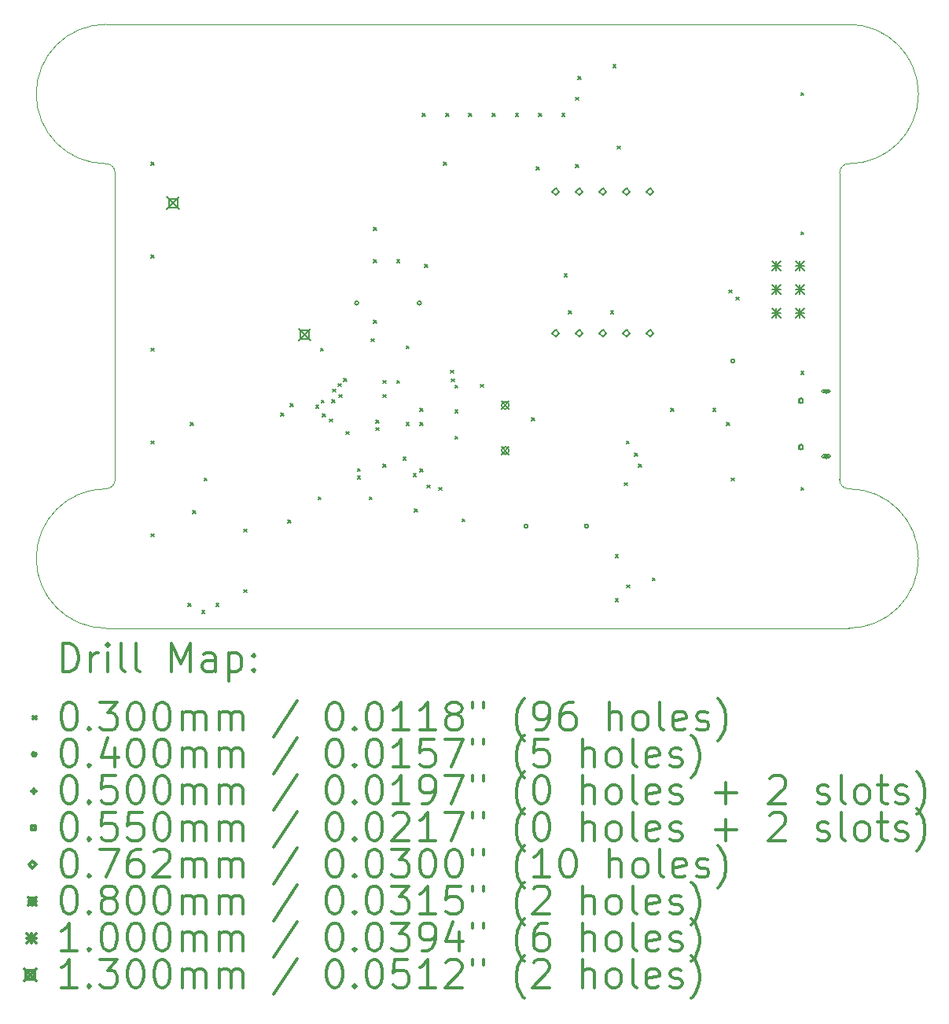
<source format=gbr>
%FSLAX45Y45*%
G04 Gerber Fmt 4.5, Leading zero omitted, Abs format (unit mm)*
G04 Created by KiCad (PCBNEW (5.1.10)-1) date 2022-05-27 17:28:44*
%MOMM*%
%LPD*%
G01*
G04 APERTURE LIST*
%TA.AperFunction,Profile*%
%ADD10C,0.038100*%
%TD*%
%ADD11C,0.200000*%
%ADD12C,0.300000*%
G04 APERTURE END LIST*
D10*
X17900000Y-8400000D02*
X17900000Y-5100000D01*
X10100000Y-5100000D02*
X10100000Y-8400000D01*
X10100000Y-8400000D02*
G75*
G02*
X10000000Y-8500000I-100000J0D01*
G01*
X18000000Y-8500000D02*
G75*
G02*
X17900000Y-8400000I0J100000D01*
G01*
X17900000Y-5100000D02*
G75*
G02*
X18000000Y-5000000I100000J0D01*
G01*
X10000000Y-5000000D02*
G75*
G02*
X10100000Y-5100000I0J-100000D01*
G01*
X18000000Y-3500000D02*
G75*
G02*
X18000000Y-5000000I0J-750000D01*
G01*
X18000000Y-8500000D02*
G75*
G02*
X18000000Y-10000000I0J-750000D01*
G01*
X10000000Y-10000000D02*
G75*
G02*
X10000000Y-8500000I0J750000D01*
G01*
X10000000Y-5000000D02*
G75*
G02*
X10000000Y-3500000I0J750000D01*
G01*
X18000000Y-3500000D02*
X10000000Y-3500000D01*
X10000000Y-10000000D02*
X18000000Y-10000000D01*
D11*
X10485000Y-4985000D02*
X10515000Y-5015000D01*
X10515000Y-4985000D02*
X10485000Y-5015000D01*
X10485000Y-5985000D02*
X10515000Y-6015000D01*
X10515000Y-5985000D02*
X10485000Y-6015000D01*
X10485000Y-6985000D02*
X10515000Y-7015000D01*
X10515000Y-6985000D02*
X10485000Y-7015000D01*
X10485000Y-7985000D02*
X10515000Y-8015000D01*
X10515000Y-7985000D02*
X10485000Y-8015000D01*
X10485000Y-8985000D02*
X10515000Y-9015000D01*
X10515000Y-8985000D02*
X10485000Y-9015000D01*
X10885000Y-9735000D02*
X10915000Y-9765000D01*
X10915000Y-9735000D02*
X10885000Y-9765000D01*
X10910000Y-7785000D02*
X10940000Y-7815000D01*
X10940000Y-7785000D02*
X10910000Y-7815000D01*
X10935000Y-8735000D02*
X10965000Y-8765000D01*
X10965000Y-8735000D02*
X10935000Y-8765000D01*
X11035000Y-9810000D02*
X11065000Y-9840000D01*
X11065000Y-9810000D02*
X11035000Y-9840000D01*
X11060000Y-8385000D02*
X11090000Y-8415000D01*
X11090000Y-8385000D02*
X11060000Y-8415000D01*
X11185000Y-9735000D02*
X11215000Y-9765000D01*
X11215000Y-9735000D02*
X11185000Y-9765000D01*
X11485000Y-8935000D02*
X11515000Y-8965000D01*
X11515000Y-8935000D02*
X11485000Y-8965000D01*
X11485000Y-9585000D02*
X11515000Y-9615000D01*
X11515000Y-9585000D02*
X11485000Y-9615000D01*
X11885000Y-7685000D02*
X11915000Y-7715000D01*
X11915000Y-7685000D02*
X11885000Y-7715000D01*
X11960000Y-8835000D02*
X11990000Y-8865000D01*
X11990000Y-8835000D02*
X11960000Y-8865000D01*
X11985000Y-7585000D02*
X12015000Y-7615000D01*
X12015000Y-7585000D02*
X11985000Y-7615000D01*
X12261893Y-7600031D02*
X12291893Y-7630031D01*
X12291893Y-7600031D02*
X12261893Y-7630031D01*
X12285000Y-8585000D02*
X12315000Y-8615000D01*
X12315000Y-8585000D02*
X12285000Y-8615000D01*
X12310000Y-6985000D02*
X12340000Y-7015000D01*
X12340000Y-6985000D02*
X12310000Y-7015000D01*
X12318462Y-7543462D02*
X12348462Y-7573462D01*
X12348462Y-7543462D02*
X12318462Y-7573462D01*
X12335000Y-7692501D02*
X12365000Y-7722501D01*
X12365000Y-7692501D02*
X12335000Y-7722501D01*
X12410000Y-7750001D02*
X12440000Y-7780001D01*
X12440000Y-7750001D02*
X12410000Y-7780001D01*
X12435000Y-7542500D02*
X12465000Y-7572500D01*
X12465000Y-7542500D02*
X12435000Y-7572500D01*
X12443516Y-7425000D02*
X12473516Y-7455000D01*
X12473516Y-7425000D02*
X12443516Y-7455000D01*
X12503431Y-7367500D02*
X12533431Y-7397500D01*
X12533431Y-7367500D02*
X12503431Y-7397500D01*
X12510000Y-7485000D02*
X12540000Y-7515000D01*
X12540000Y-7485000D02*
X12510000Y-7515000D01*
X12560000Y-7310000D02*
X12590000Y-7340000D01*
X12590000Y-7310000D02*
X12560000Y-7340000D01*
X12585000Y-7885000D02*
X12615000Y-7915000D01*
X12615000Y-7885000D02*
X12585000Y-7915000D01*
X12710000Y-8280000D02*
X12740000Y-8310000D01*
X12740000Y-8280000D02*
X12710000Y-8310000D01*
X12710000Y-8360000D02*
X12740000Y-8390000D01*
X12740000Y-8360000D02*
X12710000Y-8390000D01*
X12835000Y-8585000D02*
X12865000Y-8615000D01*
X12865000Y-8585000D02*
X12835000Y-8615000D01*
X12860000Y-6885000D02*
X12890000Y-6915000D01*
X12890000Y-6885000D02*
X12860000Y-6915000D01*
X12885000Y-5685000D02*
X12915000Y-5715000D01*
X12915000Y-5685000D02*
X12885000Y-5715000D01*
X12885000Y-6035000D02*
X12915000Y-6065000D01*
X12915000Y-6035000D02*
X12885000Y-6065000D01*
X12885000Y-6685000D02*
X12915000Y-6715000D01*
X12915000Y-6685000D02*
X12885000Y-6715000D01*
X12910000Y-7760000D02*
X12940000Y-7790000D01*
X12940000Y-7760000D02*
X12910000Y-7790000D01*
X12910000Y-7840000D02*
X12940000Y-7870000D01*
X12940000Y-7840000D02*
X12910000Y-7870000D01*
X12985000Y-7335000D02*
X13015000Y-7365000D01*
X13015000Y-7335000D02*
X12985000Y-7365000D01*
X12985000Y-7485000D02*
X13015000Y-7515000D01*
X13015000Y-7485000D02*
X12985000Y-7515000D01*
X12985000Y-8235000D02*
X13015000Y-8265000D01*
X13015000Y-8235000D02*
X12985000Y-8265000D01*
X13135000Y-6035000D02*
X13165000Y-6065000D01*
X13165000Y-6035000D02*
X13135000Y-6065000D01*
X13135000Y-7335000D02*
X13165000Y-7365000D01*
X13165000Y-7335000D02*
X13135000Y-7365000D01*
X13202500Y-8160000D02*
X13232500Y-8190000D01*
X13232500Y-8160000D02*
X13202500Y-8190000D01*
X13235000Y-6960000D02*
X13265000Y-6990000D01*
X13265000Y-6960000D02*
X13235000Y-6990000D01*
X13235000Y-7785000D02*
X13265000Y-7815000D01*
X13265000Y-7785000D02*
X13235000Y-7815000D01*
X13310000Y-8335000D02*
X13340000Y-8365000D01*
X13340000Y-8335000D02*
X13310000Y-8365000D01*
X13325000Y-8720000D02*
X13355000Y-8750000D01*
X13355000Y-8720000D02*
X13325000Y-8750000D01*
X13385000Y-7635000D02*
X13415000Y-7665000D01*
X13415000Y-7635000D02*
X13385000Y-7665000D01*
X13385000Y-7785000D02*
X13415000Y-7815000D01*
X13415000Y-7785000D02*
X13385000Y-7815000D01*
X13385000Y-8285000D02*
X13415000Y-8315000D01*
X13415000Y-8285000D02*
X13385000Y-8315000D01*
X13410000Y-4460000D02*
X13440000Y-4490000D01*
X13440000Y-4460000D02*
X13410000Y-4490000D01*
X13435000Y-6085000D02*
X13465000Y-6115000D01*
X13465000Y-6085000D02*
X13435000Y-6115000D01*
X13460000Y-8460000D02*
X13490000Y-8490000D01*
X13490000Y-8460000D02*
X13460000Y-8490000D01*
X13585000Y-8485000D02*
X13615000Y-8515000D01*
X13615000Y-8485000D02*
X13585000Y-8515000D01*
X13635000Y-4985000D02*
X13665000Y-5015000D01*
X13665000Y-4985000D02*
X13635000Y-5015000D01*
X13660000Y-4460000D02*
X13690000Y-4490000D01*
X13690000Y-4460000D02*
X13660000Y-4490000D01*
X13715000Y-7225000D02*
X13745000Y-7255000D01*
X13745000Y-7225000D02*
X13715000Y-7255000D01*
X13720000Y-7315000D02*
X13750000Y-7345000D01*
X13750000Y-7315000D02*
X13720000Y-7345000D01*
X13760000Y-7385000D02*
X13790000Y-7415000D01*
X13790000Y-7385000D02*
X13760000Y-7415000D01*
X13760000Y-7652500D02*
X13790000Y-7682500D01*
X13790000Y-7652500D02*
X13760000Y-7682500D01*
X13760000Y-7935000D02*
X13790000Y-7965000D01*
X13790000Y-7935000D02*
X13760000Y-7965000D01*
X13835000Y-8824999D02*
X13865000Y-8854999D01*
X13865000Y-8824999D02*
X13835000Y-8854999D01*
X13910000Y-4460000D02*
X13940000Y-4490000D01*
X13940000Y-4460000D02*
X13910000Y-4490000D01*
X14035000Y-7377500D02*
X14065000Y-7407500D01*
X14065000Y-7377500D02*
X14035000Y-7407500D01*
X14160000Y-4460000D02*
X14190000Y-4490000D01*
X14190000Y-4460000D02*
X14160000Y-4490000D01*
X14410000Y-4460000D02*
X14440000Y-4490000D01*
X14440000Y-4460000D02*
X14410000Y-4490000D01*
X14585000Y-7735000D02*
X14615000Y-7765000D01*
X14615000Y-7735000D02*
X14585000Y-7765000D01*
X14635000Y-5035000D02*
X14665000Y-5065000D01*
X14665000Y-5035000D02*
X14635000Y-5065000D01*
X14660000Y-4460000D02*
X14690000Y-4490000D01*
X14690000Y-4460000D02*
X14660000Y-4490000D01*
X14910000Y-4460000D02*
X14940000Y-4490000D01*
X14940000Y-4460000D02*
X14910000Y-4490000D01*
X14935000Y-6185000D02*
X14965000Y-6215000D01*
X14965000Y-6185000D02*
X14935000Y-6215000D01*
X14985000Y-6585000D02*
X15015000Y-6615000D01*
X15015000Y-6585000D02*
X14985000Y-6615000D01*
X15060000Y-4285000D02*
X15090000Y-4315000D01*
X15090000Y-4285000D02*
X15060000Y-4315000D01*
X15060000Y-5010000D02*
X15090000Y-5040000D01*
X15090000Y-5010000D02*
X15060000Y-5040000D01*
X15085000Y-4060000D02*
X15115000Y-4090000D01*
X15115000Y-4060000D02*
X15085000Y-4090000D01*
X15435000Y-6585000D02*
X15465000Y-6615000D01*
X15465000Y-6585000D02*
X15435000Y-6615000D01*
X15460000Y-3935000D02*
X15490000Y-3965000D01*
X15490000Y-3935000D02*
X15460000Y-3965000D01*
X15485000Y-9210000D02*
X15515000Y-9240000D01*
X15515000Y-9210000D02*
X15485000Y-9240000D01*
X15485000Y-9685000D02*
X15515000Y-9715000D01*
X15515000Y-9685000D02*
X15485000Y-9715000D01*
X15510000Y-4810000D02*
X15540000Y-4840000D01*
X15540000Y-4810000D02*
X15510000Y-4840000D01*
X15585000Y-8435000D02*
X15615000Y-8465000D01*
X15615000Y-8435000D02*
X15585000Y-8465000D01*
X15605000Y-7985000D02*
X15635000Y-8015000D01*
X15635000Y-7985000D02*
X15605000Y-8015000D01*
X15610000Y-9535000D02*
X15640000Y-9565000D01*
X15640000Y-9535000D02*
X15610000Y-9565000D01*
X15695000Y-8115000D02*
X15725000Y-8145000D01*
X15725000Y-8115000D02*
X15695000Y-8145000D01*
X15735000Y-8235000D02*
X15765000Y-8265000D01*
X15765000Y-8235000D02*
X15735000Y-8265000D01*
X15885000Y-9460000D02*
X15915000Y-9490000D01*
X15915000Y-9460000D02*
X15885000Y-9490000D01*
X16085000Y-7635000D02*
X16115000Y-7665000D01*
X16115000Y-7635000D02*
X16085000Y-7665000D01*
X16535000Y-7635000D02*
X16565000Y-7665000D01*
X16565000Y-7635000D02*
X16535000Y-7665000D01*
X16685000Y-7785000D02*
X16715000Y-7815000D01*
X16715000Y-7785000D02*
X16685000Y-7815000D01*
X16710000Y-6360000D02*
X16740000Y-6390000D01*
X16740000Y-6360000D02*
X16710000Y-6390000D01*
X16735000Y-8385000D02*
X16765000Y-8415000D01*
X16765000Y-8385000D02*
X16735000Y-8415000D01*
X16785000Y-6435000D02*
X16815000Y-6465000D01*
X16815000Y-6435000D02*
X16785000Y-6465000D01*
X17485000Y-4235000D02*
X17515000Y-4265000D01*
X17515000Y-4235000D02*
X17485000Y-4265000D01*
X17485000Y-5735000D02*
X17515000Y-5765000D01*
X17515000Y-5735000D02*
X17485000Y-5765000D01*
X17485000Y-7235000D02*
X17515000Y-7265000D01*
X17515000Y-7235000D02*
X17485000Y-7265000D01*
X17485000Y-8485000D02*
X17515000Y-8515000D01*
X17515000Y-8485000D02*
X17485000Y-8515000D01*
X12720000Y-6500000D02*
G75*
G03*
X12720000Y-6500000I-20000J0D01*
G01*
X13395000Y-6500000D02*
G75*
G03*
X13395000Y-6500000I-20000J0D01*
G01*
X14545000Y-8900000D02*
G75*
G03*
X14545000Y-8900000I-20000J0D01*
G01*
X15195000Y-8900000D02*
G75*
G03*
X15195000Y-8900000I-20000J0D01*
G01*
X16770000Y-7125000D02*
G75*
G03*
X16770000Y-7125000I-20000J0D01*
G01*
X17755000Y-7425000D02*
X17755000Y-7475000D01*
X17730000Y-7450000D02*
X17780000Y-7450000D01*
X17722500Y-7465000D02*
X17787500Y-7465000D01*
X17722500Y-7435000D02*
X17787500Y-7435000D01*
X17787500Y-7465000D02*
G75*
G03*
X17787500Y-7435000I0J15000D01*
G01*
X17722500Y-7435000D02*
G75*
G03*
X17722500Y-7465000I0J-15000D01*
G01*
X17755000Y-8125000D02*
X17755000Y-8175000D01*
X17730000Y-8150000D02*
X17780000Y-8150000D01*
X17722500Y-8165000D02*
X17787500Y-8165000D01*
X17722500Y-8135000D02*
X17787500Y-8135000D01*
X17787500Y-8165000D02*
G75*
G03*
X17787500Y-8135000I0J15000D01*
G01*
X17722500Y-8135000D02*
G75*
G03*
X17722500Y-8165000I0J-15000D01*
G01*
X17504446Y-7569446D02*
X17504446Y-7530554D01*
X17465554Y-7530554D01*
X17465554Y-7569446D01*
X17504446Y-7569446D01*
X17502500Y-7565000D02*
X17502500Y-7535000D01*
X17467500Y-7565000D02*
X17467500Y-7535000D01*
X17502500Y-7535000D02*
G75*
G03*
X17467500Y-7535000I-17500J0D01*
G01*
X17467500Y-7565000D02*
G75*
G03*
X17502500Y-7565000I17500J0D01*
G01*
X17504446Y-8069446D02*
X17504446Y-8030554D01*
X17465554Y-8030554D01*
X17465554Y-8069446D01*
X17504446Y-8069446D01*
X17502500Y-8065000D02*
X17502500Y-8035000D01*
X17467500Y-8065000D02*
X17467500Y-8035000D01*
X17502500Y-8035000D02*
G75*
G03*
X17467500Y-8035000I-17500J0D01*
G01*
X17467500Y-8065000D02*
G75*
G03*
X17502500Y-8065000I17500J0D01*
G01*
X14842000Y-5338100D02*
X14880100Y-5300000D01*
X14842000Y-5261900D01*
X14803900Y-5300000D01*
X14842000Y-5338100D01*
X14842000Y-6862100D02*
X14880100Y-6824000D01*
X14842000Y-6785900D01*
X14803900Y-6824000D01*
X14842000Y-6862100D01*
X15096000Y-5338100D02*
X15134100Y-5300000D01*
X15096000Y-5261900D01*
X15057900Y-5300000D01*
X15096000Y-5338100D01*
X15096000Y-6862100D02*
X15134100Y-6824000D01*
X15096000Y-6785900D01*
X15057900Y-6824000D01*
X15096000Y-6862100D01*
X15350000Y-5338100D02*
X15388100Y-5300000D01*
X15350000Y-5261900D01*
X15311900Y-5300000D01*
X15350000Y-5338100D01*
X15350000Y-6862100D02*
X15388100Y-6824000D01*
X15350000Y-6785900D01*
X15311900Y-6824000D01*
X15350000Y-6862100D01*
X15604000Y-5338100D02*
X15642100Y-5300000D01*
X15604000Y-5261900D01*
X15565900Y-5300000D01*
X15604000Y-5338100D01*
X15604000Y-6862100D02*
X15642100Y-6824000D01*
X15604000Y-6785900D01*
X15565900Y-6824000D01*
X15604000Y-6862100D01*
X15858000Y-5338100D02*
X15896100Y-5300000D01*
X15858000Y-5261900D01*
X15819900Y-5300000D01*
X15858000Y-5338100D01*
X15858000Y-6862100D02*
X15896100Y-6824000D01*
X15858000Y-6785900D01*
X15819900Y-6824000D01*
X15858000Y-6862100D01*
X14260000Y-7560000D02*
X14340000Y-7640000D01*
X14340000Y-7560000D02*
X14260000Y-7640000D01*
X14340000Y-7600000D02*
G75*
G03*
X14340000Y-7600000I-40000J0D01*
G01*
X14260000Y-8048000D02*
X14340000Y-8128000D01*
X14340000Y-8048000D02*
X14260000Y-8128000D01*
X14340000Y-8088000D02*
G75*
G03*
X14340000Y-8088000I-40000J0D01*
G01*
X17170000Y-6050000D02*
X17270000Y-6150000D01*
X17270000Y-6050000D02*
X17170000Y-6150000D01*
X17220000Y-6050000D02*
X17220000Y-6150000D01*
X17170000Y-6100000D02*
X17270000Y-6100000D01*
X17170000Y-6304000D02*
X17270000Y-6404000D01*
X17270000Y-6304000D02*
X17170000Y-6404000D01*
X17220000Y-6304000D02*
X17220000Y-6404000D01*
X17170000Y-6354000D02*
X17270000Y-6354000D01*
X17170000Y-6558000D02*
X17270000Y-6658000D01*
X17270000Y-6558000D02*
X17170000Y-6658000D01*
X17220000Y-6558000D02*
X17220000Y-6658000D01*
X17170000Y-6608000D02*
X17270000Y-6608000D01*
X17424000Y-6050000D02*
X17524000Y-6150000D01*
X17524000Y-6050000D02*
X17424000Y-6150000D01*
X17474000Y-6050000D02*
X17474000Y-6150000D01*
X17424000Y-6100000D02*
X17524000Y-6100000D01*
X17424000Y-6304000D02*
X17524000Y-6404000D01*
X17524000Y-6304000D02*
X17424000Y-6404000D01*
X17474000Y-6304000D02*
X17474000Y-6404000D01*
X17424000Y-6354000D02*
X17524000Y-6354000D01*
X17424000Y-6558000D02*
X17524000Y-6658000D01*
X17524000Y-6558000D02*
X17424000Y-6658000D01*
X17474000Y-6558000D02*
X17474000Y-6658000D01*
X17424000Y-6608000D02*
X17524000Y-6608000D01*
X10658708Y-5358708D02*
X10788708Y-5488708D01*
X10788708Y-5358708D02*
X10658708Y-5488708D01*
X10769670Y-5469670D02*
X10769670Y-5377746D01*
X10677746Y-5377746D01*
X10677746Y-5469670D01*
X10769670Y-5469670D01*
X12072921Y-6772921D02*
X12202921Y-6902921D01*
X12202921Y-6772921D02*
X12072921Y-6902921D01*
X12183884Y-6883884D02*
X12183884Y-6791959D01*
X12091959Y-6791959D01*
X12091959Y-6883884D01*
X12183884Y-6883884D01*
D12*
X9534523Y-10467619D02*
X9534523Y-10167619D01*
X9605952Y-10167619D01*
X9648809Y-10181905D01*
X9677381Y-10210477D01*
X9691666Y-10239048D01*
X9705952Y-10296191D01*
X9705952Y-10339048D01*
X9691666Y-10396191D01*
X9677381Y-10424762D01*
X9648809Y-10453334D01*
X9605952Y-10467619D01*
X9534523Y-10467619D01*
X9834523Y-10467619D02*
X9834523Y-10267619D01*
X9834523Y-10324762D02*
X9848809Y-10296191D01*
X9863095Y-10281905D01*
X9891666Y-10267619D01*
X9920238Y-10267619D01*
X10020238Y-10467619D02*
X10020238Y-10267619D01*
X10020238Y-10167619D02*
X10005952Y-10181905D01*
X10020238Y-10196191D01*
X10034523Y-10181905D01*
X10020238Y-10167619D01*
X10020238Y-10196191D01*
X10205952Y-10467619D02*
X10177381Y-10453334D01*
X10163095Y-10424762D01*
X10163095Y-10167619D01*
X10363095Y-10467619D02*
X10334523Y-10453334D01*
X10320238Y-10424762D01*
X10320238Y-10167619D01*
X10705952Y-10467619D02*
X10705952Y-10167619D01*
X10805952Y-10381905D01*
X10905952Y-10167619D01*
X10905952Y-10467619D01*
X11177381Y-10467619D02*
X11177381Y-10310477D01*
X11163095Y-10281905D01*
X11134523Y-10267619D01*
X11077381Y-10267619D01*
X11048809Y-10281905D01*
X11177381Y-10453334D02*
X11148809Y-10467619D01*
X11077381Y-10467619D01*
X11048809Y-10453334D01*
X11034523Y-10424762D01*
X11034523Y-10396191D01*
X11048809Y-10367619D01*
X11077381Y-10353334D01*
X11148809Y-10353334D01*
X11177381Y-10339048D01*
X11320238Y-10267619D02*
X11320238Y-10567619D01*
X11320238Y-10281905D02*
X11348809Y-10267619D01*
X11405952Y-10267619D01*
X11434523Y-10281905D01*
X11448809Y-10296191D01*
X11463095Y-10324762D01*
X11463095Y-10410477D01*
X11448809Y-10439048D01*
X11434523Y-10453334D01*
X11405952Y-10467619D01*
X11348809Y-10467619D01*
X11320238Y-10453334D01*
X11591666Y-10439048D02*
X11605952Y-10453334D01*
X11591666Y-10467619D01*
X11577381Y-10453334D01*
X11591666Y-10439048D01*
X11591666Y-10467619D01*
X11591666Y-10281905D02*
X11605952Y-10296191D01*
X11591666Y-10310477D01*
X11577381Y-10296191D01*
X11591666Y-10281905D01*
X11591666Y-10310477D01*
X9218095Y-10946905D02*
X9248095Y-10976905D01*
X9248095Y-10946905D02*
X9218095Y-10976905D01*
X9591666Y-10797619D02*
X9620238Y-10797619D01*
X9648809Y-10811905D01*
X9663095Y-10826191D01*
X9677381Y-10854762D01*
X9691666Y-10911905D01*
X9691666Y-10983334D01*
X9677381Y-11040477D01*
X9663095Y-11069048D01*
X9648809Y-11083334D01*
X9620238Y-11097619D01*
X9591666Y-11097619D01*
X9563095Y-11083334D01*
X9548809Y-11069048D01*
X9534523Y-11040477D01*
X9520238Y-10983334D01*
X9520238Y-10911905D01*
X9534523Y-10854762D01*
X9548809Y-10826191D01*
X9563095Y-10811905D01*
X9591666Y-10797619D01*
X9820238Y-11069048D02*
X9834523Y-11083334D01*
X9820238Y-11097619D01*
X9805952Y-11083334D01*
X9820238Y-11069048D01*
X9820238Y-11097619D01*
X9934523Y-10797619D02*
X10120238Y-10797619D01*
X10020238Y-10911905D01*
X10063095Y-10911905D01*
X10091666Y-10926191D01*
X10105952Y-10940477D01*
X10120238Y-10969048D01*
X10120238Y-11040477D01*
X10105952Y-11069048D01*
X10091666Y-11083334D01*
X10063095Y-11097619D01*
X9977381Y-11097619D01*
X9948809Y-11083334D01*
X9934523Y-11069048D01*
X10305952Y-10797619D02*
X10334523Y-10797619D01*
X10363095Y-10811905D01*
X10377381Y-10826191D01*
X10391666Y-10854762D01*
X10405952Y-10911905D01*
X10405952Y-10983334D01*
X10391666Y-11040477D01*
X10377381Y-11069048D01*
X10363095Y-11083334D01*
X10334523Y-11097619D01*
X10305952Y-11097619D01*
X10277381Y-11083334D01*
X10263095Y-11069048D01*
X10248809Y-11040477D01*
X10234523Y-10983334D01*
X10234523Y-10911905D01*
X10248809Y-10854762D01*
X10263095Y-10826191D01*
X10277381Y-10811905D01*
X10305952Y-10797619D01*
X10591666Y-10797619D02*
X10620238Y-10797619D01*
X10648809Y-10811905D01*
X10663095Y-10826191D01*
X10677381Y-10854762D01*
X10691666Y-10911905D01*
X10691666Y-10983334D01*
X10677381Y-11040477D01*
X10663095Y-11069048D01*
X10648809Y-11083334D01*
X10620238Y-11097619D01*
X10591666Y-11097619D01*
X10563095Y-11083334D01*
X10548809Y-11069048D01*
X10534523Y-11040477D01*
X10520238Y-10983334D01*
X10520238Y-10911905D01*
X10534523Y-10854762D01*
X10548809Y-10826191D01*
X10563095Y-10811905D01*
X10591666Y-10797619D01*
X10820238Y-11097619D02*
X10820238Y-10897619D01*
X10820238Y-10926191D02*
X10834523Y-10911905D01*
X10863095Y-10897619D01*
X10905952Y-10897619D01*
X10934523Y-10911905D01*
X10948809Y-10940477D01*
X10948809Y-11097619D01*
X10948809Y-10940477D02*
X10963095Y-10911905D01*
X10991666Y-10897619D01*
X11034523Y-10897619D01*
X11063095Y-10911905D01*
X11077381Y-10940477D01*
X11077381Y-11097619D01*
X11220238Y-11097619D02*
X11220238Y-10897619D01*
X11220238Y-10926191D02*
X11234523Y-10911905D01*
X11263095Y-10897619D01*
X11305952Y-10897619D01*
X11334523Y-10911905D01*
X11348809Y-10940477D01*
X11348809Y-11097619D01*
X11348809Y-10940477D02*
X11363095Y-10911905D01*
X11391666Y-10897619D01*
X11434523Y-10897619D01*
X11463095Y-10911905D01*
X11477381Y-10940477D01*
X11477381Y-11097619D01*
X12063095Y-10783334D02*
X11805952Y-11169048D01*
X12448809Y-10797619D02*
X12477381Y-10797619D01*
X12505952Y-10811905D01*
X12520238Y-10826191D01*
X12534523Y-10854762D01*
X12548809Y-10911905D01*
X12548809Y-10983334D01*
X12534523Y-11040477D01*
X12520238Y-11069048D01*
X12505952Y-11083334D01*
X12477381Y-11097619D01*
X12448809Y-11097619D01*
X12420238Y-11083334D01*
X12405952Y-11069048D01*
X12391666Y-11040477D01*
X12377381Y-10983334D01*
X12377381Y-10911905D01*
X12391666Y-10854762D01*
X12405952Y-10826191D01*
X12420238Y-10811905D01*
X12448809Y-10797619D01*
X12677381Y-11069048D02*
X12691666Y-11083334D01*
X12677381Y-11097619D01*
X12663095Y-11083334D01*
X12677381Y-11069048D01*
X12677381Y-11097619D01*
X12877381Y-10797619D02*
X12905952Y-10797619D01*
X12934523Y-10811905D01*
X12948809Y-10826191D01*
X12963095Y-10854762D01*
X12977381Y-10911905D01*
X12977381Y-10983334D01*
X12963095Y-11040477D01*
X12948809Y-11069048D01*
X12934523Y-11083334D01*
X12905952Y-11097619D01*
X12877381Y-11097619D01*
X12848809Y-11083334D01*
X12834523Y-11069048D01*
X12820238Y-11040477D01*
X12805952Y-10983334D01*
X12805952Y-10911905D01*
X12820238Y-10854762D01*
X12834523Y-10826191D01*
X12848809Y-10811905D01*
X12877381Y-10797619D01*
X13263095Y-11097619D02*
X13091666Y-11097619D01*
X13177381Y-11097619D02*
X13177381Y-10797619D01*
X13148809Y-10840477D01*
X13120238Y-10869048D01*
X13091666Y-10883334D01*
X13548809Y-11097619D02*
X13377381Y-11097619D01*
X13463095Y-11097619D02*
X13463095Y-10797619D01*
X13434523Y-10840477D01*
X13405952Y-10869048D01*
X13377381Y-10883334D01*
X13720238Y-10926191D02*
X13691666Y-10911905D01*
X13677381Y-10897619D01*
X13663095Y-10869048D01*
X13663095Y-10854762D01*
X13677381Y-10826191D01*
X13691666Y-10811905D01*
X13720238Y-10797619D01*
X13777381Y-10797619D01*
X13805952Y-10811905D01*
X13820238Y-10826191D01*
X13834523Y-10854762D01*
X13834523Y-10869048D01*
X13820238Y-10897619D01*
X13805952Y-10911905D01*
X13777381Y-10926191D01*
X13720238Y-10926191D01*
X13691666Y-10940477D01*
X13677381Y-10954762D01*
X13663095Y-10983334D01*
X13663095Y-11040477D01*
X13677381Y-11069048D01*
X13691666Y-11083334D01*
X13720238Y-11097619D01*
X13777381Y-11097619D01*
X13805952Y-11083334D01*
X13820238Y-11069048D01*
X13834523Y-11040477D01*
X13834523Y-10983334D01*
X13820238Y-10954762D01*
X13805952Y-10940477D01*
X13777381Y-10926191D01*
X13948809Y-10797619D02*
X13948809Y-10854762D01*
X14063095Y-10797619D02*
X14063095Y-10854762D01*
X14505952Y-11211905D02*
X14491666Y-11197619D01*
X14463095Y-11154762D01*
X14448809Y-11126191D01*
X14434523Y-11083334D01*
X14420238Y-11011905D01*
X14420238Y-10954762D01*
X14434523Y-10883334D01*
X14448809Y-10840477D01*
X14463095Y-10811905D01*
X14491666Y-10769048D01*
X14505952Y-10754762D01*
X14634523Y-11097619D02*
X14691666Y-11097619D01*
X14720238Y-11083334D01*
X14734523Y-11069048D01*
X14763095Y-11026191D01*
X14777381Y-10969048D01*
X14777381Y-10854762D01*
X14763095Y-10826191D01*
X14748809Y-10811905D01*
X14720238Y-10797619D01*
X14663095Y-10797619D01*
X14634523Y-10811905D01*
X14620238Y-10826191D01*
X14605952Y-10854762D01*
X14605952Y-10926191D01*
X14620238Y-10954762D01*
X14634523Y-10969048D01*
X14663095Y-10983334D01*
X14720238Y-10983334D01*
X14748809Y-10969048D01*
X14763095Y-10954762D01*
X14777381Y-10926191D01*
X15034523Y-10797619D02*
X14977381Y-10797619D01*
X14948809Y-10811905D01*
X14934523Y-10826191D01*
X14905952Y-10869048D01*
X14891666Y-10926191D01*
X14891666Y-11040477D01*
X14905952Y-11069048D01*
X14920238Y-11083334D01*
X14948809Y-11097619D01*
X15005952Y-11097619D01*
X15034523Y-11083334D01*
X15048809Y-11069048D01*
X15063095Y-11040477D01*
X15063095Y-10969048D01*
X15048809Y-10940477D01*
X15034523Y-10926191D01*
X15005952Y-10911905D01*
X14948809Y-10911905D01*
X14920238Y-10926191D01*
X14905952Y-10940477D01*
X14891666Y-10969048D01*
X15420238Y-11097619D02*
X15420238Y-10797619D01*
X15548809Y-11097619D02*
X15548809Y-10940477D01*
X15534523Y-10911905D01*
X15505952Y-10897619D01*
X15463095Y-10897619D01*
X15434523Y-10911905D01*
X15420238Y-10926191D01*
X15734523Y-11097619D02*
X15705952Y-11083334D01*
X15691666Y-11069048D01*
X15677381Y-11040477D01*
X15677381Y-10954762D01*
X15691666Y-10926191D01*
X15705952Y-10911905D01*
X15734523Y-10897619D01*
X15777381Y-10897619D01*
X15805952Y-10911905D01*
X15820238Y-10926191D01*
X15834523Y-10954762D01*
X15834523Y-11040477D01*
X15820238Y-11069048D01*
X15805952Y-11083334D01*
X15777381Y-11097619D01*
X15734523Y-11097619D01*
X16005952Y-11097619D02*
X15977381Y-11083334D01*
X15963095Y-11054762D01*
X15963095Y-10797619D01*
X16234523Y-11083334D02*
X16205952Y-11097619D01*
X16148809Y-11097619D01*
X16120238Y-11083334D01*
X16105952Y-11054762D01*
X16105952Y-10940477D01*
X16120238Y-10911905D01*
X16148809Y-10897619D01*
X16205952Y-10897619D01*
X16234523Y-10911905D01*
X16248809Y-10940477D01*
X16248809Y-10969048D01*
X16105952Y-10997619D01*
X16363095Y-11083334D02*
X16391666Y-11097619D01*
X16448809Y-11097619D01*
X16477381Y-11083334D01*
X16491666Y-11054762D01*
X16491666Y-11040477D01*
X16477381Y-11011905D01*
X16448809Y-10997619D01*
X16405952Y-10997619D01*
X16377381Y-10983334D01*
X16363095Y-10954762D01*
X16363095Y-10940477D01*
X16377381Y-10911905D01*
X16405952Y-10897619D01*
X16448809Y-10897619D01*
X16477381Y-10911905D01*
X16591666Y-11211905D02*
X16605952Y-11197619D01*
X16634523Y-11154762D01*
X16648809Y-11126191D01*
X16663095Y-11083334D01*
X16677381Y-11011905D01*
X16677381Y-10954762D01*
X16663095Y-10883334D01*
X16648809Y-10840477D01*
X16634523Y-10811905D01*
X16605952Y-10769048D01*
X16591666Y-10754762D01*
X9248095Y-11357905D02*
G75*
G03*
X9248095Y-11357905I-20000J0D01*
G01*
X9591666Y-11193619D02*
X9620238Y-11193619D01*
X9648809Y-11207905D01*
X9663095Y-11222191D01*
X9677381Y-11250762D01*
X9691666Y-11307905D01*
X9691666Y-11379334D01*
X9677381Y-11436476D01*
X9663095Y-11465048D01*
X9648809Y-11479334D01*
X9620238Y-11493619D01*
X9591666Y-11493619D01*
X9563095Y-11479334D01*
X9548809Y-11465048D01*
X9534523Y-11436476D01*
X9520238Y-11379334D01*
X9520238Y-11307905D01*
X9534523Y-11250762D01*
X9548809Y-11222191D01*
X9563095Y-11207905D01*
X9591666Y-11193619D01*
X9820238Y-11465048D02*
X9834523Y-11479334D01*
X9820238Y-11493619D01*
X9805952Y-11479334D01*
X9820238Y-11465048D01*
X9820238Y-11493619D01*
X10091666Y-11293619D02*
X10091666Y-11493619D01*
X10020238Y-11179334D02*
X9948809Y-11393619D01*
X10134523Y-11393619D01*
X10305952Y-11193619D02*
X10334523Y-11193619D01*
X10363095Y-11207905D01*
X10377381Y-11222191D01*
X10391666Y-11250762D01*
X10405952Y-11307905D01*
X10405952Y-11379334D01*
X10391666Y-11436476D01*
X10377381Y-11465048D01*
X10363095Y-11479334D01*
X10334523Y-11493619D01*
X10305952Y-11493619D01*
X10277381Y-11479334D01*
X10263095Y-11465048D01*
X10248809Y-11436476D01*
X10234523Y-11379334D01*
X10234523Y-11307905D01*
X10248809Y-11250762D01*
X10263095Y-11222191D01*
X10277381Y-11207905D01*
X10305952Y-11193619D01*
X10591666Y-11193619D02*
X10620238Y-11193619D01*
X10648809Y-11207905D01*
X10663095Y-11222191D01*
X10677381Y-11250762D01*
X10691666Y-11307905D01*
X10691666Y-11379334D01*
X10677381Y-11436476D01*
X10663095Y-11465048D01*
X10648809Y-11479334D01*
X10620238Y-11493619D01*
X10591666Y-11493619D01*
X10563095Y-11479334D01*
X10548809Y-11465048D01*
X10534523Y-11436476D01*
X10520238Y-11379334D01*
X10520238Y-11307905D01*
X10534523Y-11250762D01*
X10548809Y-11222191D01*
X10563095Y-11207905D01*
X10591666Y-11193619D01*
X10820238Y-11493619D02*
X10820238Y-11293619D01*
X10820238Y-11322191D02*
X10834523Y-11307905D01*
X10863095Y-11293619D01*
X10905952Y-11293619D01*
X10934523Y-11307905D01*
X10948809Y-11336476D01*
X10948809Y-11493619D01*
X10948809Y-11336476D02*
X10963095Y-11307905D01*
X10991666Y-11293619D01*
X11034523Y-11293619D01*
X11063095Y-11307905D01*
X11077381Y-11336476D01*
X11077381Y-11493619D01*
X11220238Y-11493619D02*
X11220238Y-11293619D01*
X11220238Y-11322191D02*
X11234523Y-11307905D01*
X11263095Y-11293619D01*
X11305952Y-11293619D01*
X11334523Y-11307905D01*
X11348809Y-11336476D01*
X11348809Y-11493619D01*
X11348809Y-11336476D02*
X11363095Y-11307905D01*
X11391666Y-11293619D01*
X11434523Y-11293619D01*
X11463095Y-11307905D01*
X11477381Y-11336476D01*
X11477381Y-11493619D01*
X12063095Y-11179334D02*
X11805952Y-11565048D01*
X12448809Y-11193619D02*
X12477381Y-11193619D01*
X12505952Y-11207905D01*
X12520238Y-11222191D01*
X12534523Y-11250762D01*
X12548809Y-11307905D01*
X12548809Y-11379334D01*
X12534523Y-11436476D01*
X12520238Y-11465048D01*
X12505952Y-11479334D01*
X12477381Y-11493619D01*
X12448809Y-11493619D01*
X12420238Y-11479334D01*
X12405952Y-11465048D01*
X12391666Y-11436476D01*
X12377381Y-11379334D01*
X12377381Y-11307905D01*
X12391666Y-11250762D01*
X12405952Y-11222191D01*
X12420238Y-11207905D01*
X12448809Y-11193619D01*
X12677381Y-11465048D02*
X12691666Y-11479334D01*
X12677381Y-11493619D01*
X12663095Y-11479334D01*
X12677381Y-11465048D01*
X12677381Y-11493619D01*
X12877381Y-11193619D02*
X12905952Y-11193619D01*
X12934523Y-11207905D01*
X12948809Y-11222191D01*
X12963095Y-11250762D01*
X12977381Y-11307905D01*
X12977381Y-11379334D01*
X12963095Y-11436476D01*
X12948809Y-11465048D01*
X12934523Y-11479334D01*
X12905952Y-11493619D01*
X12877381Y-11493619D01*
X12848809Y-11479334D01*
X12834523Y-11465048D01*
X12820238Y-11436476D01*
X12805952Y-11379334D01*
X12805952Y-11307905D01*
X12820238Y-11250762D01*
X12834523Y-11222191D01*
X12848809Y-11207905D01*
X12877381Y-11193619D01*
X13263095Y-11493619D02*
X13091666Y-11493619D01*
X13177381Y-11493619D02*
X13177381Y-11193619D01*
X13148809Y-11236476D01*
X13120238Y-11265048D01*
X13091666Y-11279334D01*
X13534523Y-11193619D02*
X13391666Y-11193619D01*
X13377381Y-11336476D01*
X13391666Y-11322191D01*
X13420238Y-11307905D01*
X13491666Y-11307905D01*
X13520238Y-11322191D01*
X13534523Y-11336476D01*
X13548809Y-11365048D01*
X13548809Y-11436476D01*
X13534523Y-11465048D01*
X13520238Y-11479334D01*
X13491666Y-11493619D01*
X13420238Y-11493619D01*
X13391666Y-11479334D01*
X13377381Y-11465048D01*
X13648809Y-11193619D02*
X13848809Y-11193619D01*
X13720238Y-11493619D01*
X13948809Y-11193619D02*
X13948809Y-11250762D01*
X14063095Y-11193619D02*
X14063095Y-11250762D01*
X14505952Y-11607905D02*
X14491666Y-11593619D01*
X14463095Y-11550762D01*
X14448809Y-11522191D01*
X14434523Y-11479334D01*
X14420238Y-11407905D01*
X14420238Y-11350762D01*
X14434523Y-11279334D01*
X14448809Y-11236476D01*
X14463095Y-11207905D01*
X14491666Y-11165048D01*
X14505952Y-11150762D01*
X14763095Y-11193619D02*
X14620238Y-11193619D01*
X14605952Y-11336476D01*
X14620238Y-11322191D01*
X14648809Y-11307905D01*
X14720238Y-11307905D01*
X14748809Y-11322191D01*
X14763095Y-11336476D01*
X14777381Y-11365048D01*
X14777381Y-11436476D01*
X14763095Y-11465048D01*
X14748809Y-11479334D01*
X14720238Y-11493619D01*
X14648809Y-11493619D01*
X14620238Y-11479334D01*
X14605952Y-11465048D01*
X15134523Y-11493619D02*
X15134523Y-11193619D01*
X15263095Y-11493619D02*
X15263095Y-11336476D01*
X15248809Y-11307905D01*
X15220238Y-11293619D01*
X15177381Y-11293619D01*
X15148809Y-11307905D01*
X15134523Y-11322191D01*
X15448809Y-11493619D02*
X15420238Y-11479334D01*
X15405952Y-11465048D01*
X15391666Y-11436476D01*
X15391666Y-11350762D01*
X15405952Y-11322191D01*
X15420238Y-11307905D01*
X15448809Y-11293619D01*
X15491666Y-11293619D01*
X15520238Y-11307905D01*
X15534523Y-11322191D01*
X15548809Y-11350762D01*
X15548809Y-11436476D01*
X15534523Y-11465048D01*
X15520238Y-11479334D01*
X15491666Y-11493619D01*
X15448809Y-11493619D01*
X15720238Y-11493619D02*
X15691666Y-11479334D01*
X15677381Y-11450762D01*
X15677381Y-11193619D01*
X15948809Y-11479334D02*
X15920238Y-11493619D01*
X15863095Y-11493619D01*
X15834523Y-11479334D01*
X15820238Y-11450762D01*
X15820238Y-11336476D01*
X15834523Y-11307905D01*
X15863095Y-11293619D01*
X15920238Y-11293619D01*
X15948809Y-11307905D01*
X15963095Y-11336476D01*
X15963095Y-11365048D01*
X15820238Y-11393619D01*
X16077381Y-11479334D02*
X16105952Y-11493619D01*
X16163095Y-11493619D01*
X16191666Y-11479334D01*
X16205952Y-11450762D01*
X16205952Y-11436476D01*
X16191666Y-11407905D01*
X16163095Y-11393619D01*
X16120238Y-11393619D01*
X16091666Y-11379334D01*
X16077381Y-11350762D01*
X16077381Y-11336476D01*
X16091666Y-11307905D01*
X16120238Y-11293619D01*
X16163095Y-11293619D01*
X16191666Y-11307905D01*
X16305952Y-11607905D02*
X16320238Y-11593619D01*
X16348809Y-11550762D01*
X16363095Y-11522191D01*
X16377381Y-11479334D01*
X16391666Y-11407905D01*
X16391666Y-11350762D01*
X16377381Y-11279334D01*
X16363095Y-11236476D01*
X16348809Y-11207905D01*
X16320238Y-11165048D01*
X16305952Y-11150762D01*
X9223095Y-11728905D02*
X9223095Y-11778905D01*
X9198095Y-11753905D02*
X9248095Y-11753905D01*
X9591666Y-11589619D02*
X9620238Y-11589619D01*
X9648809Y-11603905D01*
X9663095Y-11618191D01*
X9677381Y-11646762D01*
X9691666Y-11703905D01*
X9691666Y-11775334D01*
X9677381Y-11832476D01*
X9663095Y-11861048D01*
X9648809Y-11875334D01*
X9620238Y-11889619D01*
X9591666Y-11889619D01*
X9563095Y-11875334D01*
X9548809Y-11861048D01*
X9534523Y-11832476D01*
X9520238Y-11775334D01*
X9520238Y-11703905D01*
X9534523Y-11646762D01*
X9548809Y-11618191D01*
X9563095Y-11603905D01*
X9591666Y-11589619D01*
X9820238Y-11861048D02*
X9834523Y-11875334D01*
X9820238Y-11889619D01*
X9805952Y-11875334D01*
X9820238Y-11861048D01*
X9820238Y-11889619D01*
X10105952Y-11589619D02*
X9963095Y-11589619D01*
X9948809Y-11732476D01*
X9963095Y-11718191D01*
X9991666Y-11703905D01*
X10063095Y-11703905D01*
X10091666Y-11718191D01*
X10105952Y-11732476D01*
X10120238Y-11761048D01*
X10120238Y-11832476D01*
X10105952Y-11861048D01*
X10091666Y-11875334D01*
X10063095Y-11889619D01*
X9991666Y-11889619D01*
X9963095Y-11875334D01*
X9948809Y-11861048D01*
X10305952Y-11589619D02*
X10334523Y-11589619D01*
X10363095Y-11603905D01*
X10377381Y-11618191D01*
X10391666Y-11646762D01*
X10405952Y-11703905D01*
X10405952Y-11775334D01*
X10391666Y-11832476D01*
X10377381Y-11861048D01*
X10363095Y-11875334D01*
X10334523Y-11889619D01*
X10305952Y-11889619D01*
X10277381Y-11875334D01*
X10263095Y-11861048D01*
X10248809Y-11832476D01*
X10234523Y-11775334D01*
X10234523Y-11703905D01*
X10248809Y-11646762D01*
X10263095Y-11618191D01*
X10277381Y-11603905D01*
X10305952Y-11589619D01*
X10591666Y-11589619D02*
X10620238Y-11589619D01*
X10648809Y-11603905D01*
X10663095Y-11618191D01*
X10677381Y-11646762D01*
X10691666Y-11703905D01*
X10691666Y-11775334D01*
X10677381Y-11832476D01*
X10663095Y-11861048D01*
X10648809Y-11875334D01*
X10620238Y-11889619D01*
X10591666Y-11889619D01*
X10563095Y-11875334D01*
X10548809Y-11861048D01*
X10534523Y-11832476D01*
X10520238Y-11775334D01*
X10520238Y-11703905D01*
X10534523Y-11646762D01*
X10548809Y-11618191D01*
X10563095Y-11603905D01*
X10591666Y-11589619D01*
X10820238Y-11889619D02*
X10820238Y-11689619D01*
X10820238Y-11718191D02*
X10834523Y-11703905D01*
X10863095Y-11689619D01*
X10905952Y-11689619D01*
X10934523Y-11703905D01*
X10948809Y-11732476D01*
X10948809Y-11889619D01*
X10948809Y-11732476D02*
X10963095Y-11703905D01*
X10991666Y-11689619D01*
X11034523Y-11689619D01*
X11063095Y-11703905D01*
X11077381Y-11732476D01*
X11077381Y-11889619D01*
X11220238Y-11889619D02*
X11220238Y-11689619D01*
X11220238Y-11718191D02*
X11234523Y-11703905D01*
X11263095Y-11689619D01*
X11305952Y-11689619D01*
X11334523Y-11703905D01*
X11348809Y-11732476D01*
X11348809Y-11889619D01*
X11348809Y-11732476D02*
X11363095Y-11703905D01*
X11391666Y-11689619D01*
X11434523Y-11689619D01*
X11463095Y-11703905D01*
X11477381Y-11732476D01*
X11477381Y-11889619D01*
X12063095Y-11575334D02*
X11805952Y-11961048D01*
X12448809Y-11589619D02*
X12477381Y-11589619D01*
X12505952Y-11603905D01*
X12520238Y-11618191D01*
X12534523Y-11646762D01*
X12548809Y-11703905D01*
X12548809Y-11775334D01*
X12534523Y-11832476D01*
X12520238Y-11861048D01*
X12505952Y-11875334D01*
X12477381Y-11889619D01*
X12448809Y-11889619D01*
X12420238Y-11875334D01*
X12405952Y-11861048D01*
X12391666Y-11832476D01*
X12377381Y-11775334D01*
X12377381Y-11703905D01*
X12391666Y-11646762D01*
X12405952Y-11618191D01*
X12420238Y-11603905D01*
X12448809Y-11589619D01*
X12677381Y-11861048D02*
X12691666Y-11875334D01*
X12677381Y-11889619D01*
X12663095Y-11875334D01*
X12677381Y-11861048D01*
X12677381Y-11889619D01*
X12877381Y-11589619D02*
X12905952Y-11589619D01*
X12934523Y-11603905D01*
X12948809Y-11618191D01*
X12963095Y-11646762D01*
X12977381Y-11703905D01*
X12977381Y-11775334D01*
X12963095Y-11832476D01*
X12948809Y-11861048D01*
X12934523Y-11875334D01*
X12905952Y-11889619D01*
X12877381Y-11889619D01*
X12848809Y-11875334D01*
X12834523Y-11861048D01*
X12820238Y-11832476D01*
X12805952Y-11775334D01*
X12805952Y-11703905D01*
X12820238Y-11646762D01*
X12834523Y-11618191D01*
X12848809Y-11603905D01*
X12877381Y-11589619D01*
X13263095Y-11889619D02*
X13091666Y-11889619D01*
X13177381Y-11889619D02*
X13177381Y-11589619D01*
X13148809Y-11632476D01*
X13120238Y-11661048D01*
X13091666Y-11675334D01*
X13405952Y-11889619D02*
X13463095Y-11889619D01*
X13491666Y-11875334D01*
X13505952Y-11861048D01*
X13534523Y-11818191D01*
X13548809Y-11761048D01*
X13548809Y-11646762D01*
X13534523Y-11618191D01*
X13520238Y-11603905D01*
X13491666Y-11589619D01*
X13434523Y-11589619D01*
X13405952Y-11603905D01*
X13391666Y-11618191D01*
X13377381Y-11646762D01*
X13377381Y-11718191D01*
X13391666Y-11746762D01*
X13405952Y-11761048D01*
X13434523Y-11775334D01*
X13491666Y-11775334D01*
X13520238Y-11761048D01*
X13534523Y-11746762D01*
X13548809Y-11718191D01*
X13648809Y-11589619D02*
X13848809Y-11589619D01*
X13720238Y-11889619D01*
X13948809Y-11589619D02*
X13948809Y-11646762D01*
X14063095Y-11589619D02*
X14063095Y-11646762D01*
X14505952Y-12003905D02*
X14491666Y-11989619D01*
X14463095Y-11946762D01*
X14448809Y-11918191D01*
X14434523Y-11875334D01*
X14420238Y-11803905D01*
X14420238Y-11746762D01*
X14434523Y-11675334D01*
X14448809Y-11632476D01*
X14463095Y-11603905D01*
X14491666Y-11561048D01*
X14505952Y-11546762D01*
X14677381Y-11589619D02*
X14705952Y-11589619D01*
X14734523Y-11603905D01*
X14748809Y-11618191D01*
X14763095Y-11646762D01*
X14777381Y-11703905D01*
X14777381Y-11775334D01*
X14763095Y-11832476D01*
X14748809Y-11861048D01*
X14734523Y-11875334D01*
X14705952Y-11889619D01*
X14677381Y-11889619D01*
X14648809Y-11875334D01*
X14634523Y-11861048D01*
X14620238Y-11832476D01*
X14605952Y-11775334D01*
X14605952Y-11703905D01*
X14620238Y-11646762D01*
X14634523Y-11618191D01*
X14648809Y-11603905D01*
X14677381Y-11589619D01*
X15134523Y-11889619D02*
X15134523Y-11589619D01*
X15263095Y-11889619D02*
X15263095Y-11732476D01*
X15248809Y-11703905D01*
X15220238Y-11689619D01*
X15177381Y-11689619D01*
X15148809Y-11703905D01*
X15134523Y-11718191D01*
X15448809Y-11889619D02*
X15420238Y-11875334D01*
X15405952Y-11861048D01*
X15391666Y-11832476D01*
X15391666Y-11746762D01*
X15405952Y-11718191D01*
X15420238Y-11703905D01*
X15448809Y-11689619D01*
X15491666Y-11689619D01*
X15520238Y-11703905D01*
X15534523Y-11718191D01*
X15548809Y-11746762D01*
X15548809Y-11832476D01*
X15534523Y-11861048D01*
X15520238Y-11875334D01*
X15491666Y-11889619D01*
X15448809Y-11889619D01*
X15720238Y-11889619D02*
X15691666Y-11875334D01*
X15677381Y-11846762D01*
X15677381Y-11589619D01*
X15948809Y-11875334D02*
X15920238Y-11889619D01*
X15863095Y-11889619D01*
X15834523Y-11875334D01*
X15820238Y-11846762D01*
X15820238Y-11732476D01*
X15834523Y-11703905D01*
X15863095Y-11689619D01*
X15920238Y-11689619D01*
X15948809Y-11703905D01*
X15963095Y-11732476D01*
X15963095Y-11761048D01*
X15820238Y-11789619D01*
X16077381Y-11875334D02*
X16105952Y-11889619D01*
X16163095Y-11889619D01*
X16191666Y-11875334D01*
X16205952Y-11846762D01*
X16205952Y-11832476D01*
X16191666Y-11803905D01*
X16163095Y-11789619D01*
X16120238Y-11789619D01*
X16091666Y-11775334D01*
X16077381Y-11746762D01*
X16077381Y-11732476D01*
X16091666Y-11703905D01*
X16120238Y-11689619D01*
X16163095Y-11689619D01*
X16191666Y-11703905D01*
X16563095Y-11775334D02*
X16791666Y-11775334D01*
X16677381Y-11889619D02*
X16677381Y-11661048D01*
X17148809Y-11618191D02*
X17163095Y-11603905D01*
X17191666Y-11589619D01*
X17263095Y-11589619D01*
X17291666Y-11603905D01*
X17305952Y-11618191D01*
X17320238Y-11646762D01*
X17320238Y-11675334D01*
X17305952Y-11718191D01*
X17134523Y-11889619D01*
X17320238Y-11889619D01*
X17663095Y-11875334D02*
X17691666Y-11889619D01*
X17748809Y-11889619D01*
X17777381Y-11875334D01*
X17791666Y-11846762D01*
X17791666Y-11832476D01*
X17777381Y-11803905D01*
X17748809Y-11789619D01*
X17705952Y-11789619D01*
X17677381Y-11775334D01*
X17663095Y-11746762D01*
X17663095Y-11732476D01*
X17677381Y-11703905D01*
X17705952Y-11689619D01*
X17748809Y-11689619D01*
X17777381Y-11703905D01*
X17963095Y-11889619D02*
X17934523Y-11875334D01*
X17920238Y-11846762D01*
X17920238Y-11589619D01*
X18120238Y-11889619D02*
X18091666Y-11875334D01*
X18077381Y-11861048D01*
X18063095Y-11832476D01*
X18063095Y-11746762D01*
X18077381Y-11718191D01*
X18091666Y-11703905D01*
X18120238Y-11689619D01*
X18163095Y-11689619D01*
X18191666Y-11703905D01*
X18205952Y-11718191D01*
X18220238Y-11746762D01*
X18220238Y-11832476D01*
X18205952Y-11861048D01*
X18191666Y-11875334D01*
X18163095Y-11889619D01*
X18120238Y-11889619D01*
X18305952Y-11689619D02*
X18420238Y-11689619D01*
X18348809Y-11589619D02*
X18348809Y-11846762D01*
X18363095Y-11875334D01*
X18391666Y-11889619D01*
X18420238Y-11889619D01*
X18505952Y-11875334D02*
X18534523Y-11889619D01*
X18591666Y-11889619D01*
X18620238Y-11875334D01*
X18634523Y-11846762D01*
X18634523Y-11832476D01*
X18620238Y-11803905D01*
X18591666Y-11789619D01*
X18548809Y-11789619D01*
X18520238Y-11775334D01*
X18505952Y-11746762D01*
X18505952Y-11732476D01*
X18520238Y-11703905D01*
X18548809Y-11689619D01*
X18591666Y-11689619D01*
X18620238Y-11703905D01*
X18734523Y-12003905D02*
X18748809Y-11989619D01*
X18777381Y-11946762D01*
X18791666Y-11918191D01*
X18805952Y-11875334D01*
X18820238Y-11803905D01*
X18820238Y-11746762D01*
X18805952Y-11675334D01*
X18791666Y-11632476D01*
X18777381Y-11603905D01*
X18748809Y-11561048D01*
X18734523Y-11546762D01*
X9240041Y-12169351D02*
X9240041Y-12130459D01*
X9201149Y-12130459D01*
X9201149Y-12169351D01*
X9240041Y-12169351D01*
X9591666Y-11985619D02*
X9620238Y-11985619D01*
X9648809Y-11999905D01*
X9663095Y-12014191D01*
X9677381Y-12042762D01*
X9691666Y-12099905D01*
X9691666Y-12171334D01*
X9677381Y-12228476D01*
X9663095Y-12257048D01*
X9648809Y-12271334D01*
X9620238Y-12285619D01*
X9591666Y-12285619D01*
X9563095Y-12271334D01*
X9548809Y-12257048D01*
X9534523Y-12228476D01*
X9520238Y-12171334D01*
X9520238Y-12099905D01*
X9534523Y-12042762D01*
X9548809Y-12014191D01*
X9563095Y-11999905D01*
X9591666Y-11985619D01*
X9820238Y-12257048D02*
X9834523Y-12271334D01*
X9820238Y-12285619D01*
X9805952Y-12271334D01*
X9820238Y-12257048D01*
X9820238Y-12285619D01*
X10105952Y-11985619D02*
X9963095Y-11985619D01*
X9948809Y-12128476D01*
X9963095Y-12114191D01*
X9991666Y-12099905D01*
X10063095Y-12099905D01*
X10091666Y-12114191D01*
X10105952Y-12128476D01*
X10120238Y-12157048D01*
X10120238Y-12228476D01*
X10105952Y-12257048D01*
X10091666Y-12271334D01*
X10063095Y-12285619D01*
X9991666Y-12285619D01*
X9963095Y-12271334D01*
X9948809Y-12257048D01*
X10391666Y-11985619D02*
X10248809Y-11985619D01*
X10234523Y-12128476D01*
X10248809Y-12114191D01*
X10277381Y-12099905D01*
X10348809Y-12099905D01*
X10377381Y-12114191D01*
X10391666Y-12128476D01*
X10405952Y-12157048D01*
X10405952Y-12228476D01*
X10391666Y-12257048D01*
X10377381Y-12271334D01*
X10348809Y-12285619D01*
X10277381Y-12285619D01*
X10248809Y-12271334D01*
X10234523Y-12257048D01*
X10591666Y-11985619D02*
X10620238Y-11985619D01*
X10648809Y-11999905D01*
X10663095Y-12014191D01*
X10677381Y-12042762D01*
X10691666Y-12099905D01*
X10691666Y-12171334D01*
X10677381Y-12228476D01*
X10663095Y-12257048D01*
X10648809Y-12271334D01*
X10620238Y-12285619D01*
X10591666Y-12285619D01*
X10563095Y-12271334D01*
X10548809Y-12257048D01*
X10534523Y-12228476D01*
X10520238Y-12171334D01*
X10520238Y-12099905D01*
X10534523Y-12042762D01*
X10548809Y-12014191D01*
X10563095Y-11999905D01*
X10591666Y-11985619D01*
X10820238Y-12285619D02*
X10820238Y-12085619D01*
X10820238Y-12114191D02*
X10834523Y-12099905D01*
X10863095Y-12085619D01*
X10905952Y-12085619D01*
X10934523Y-12099905D01*
X10948809Y-12128476D01*
X10948809Y-12285619D01*
X10948809Y-12128476D02*
X10963095Y-12099905D01*
X10991666Y-12085619D01*
X11034523Y-12085619D01*
X11063095Y-12099905D01*
X11077381Y-12128476D01*
X11077381Y-12285619D01*
X11220238Y-12285619D02*
X11220238Y-12085619D01*
X11220238Y-12114191D02*
X11234523Y-12099905D01*
X11263095Y-12085619D01*
X11305952Y-12085619D01*
X11334523Y-12099905D01*
X11348809Y-12128476D01*
X11348809Y-12285619D01*
X11348809Y-12128476D02*
X11363095Y-12099905D01*
X11391666Y-12085619D01*
X11434523Y-12085619D01*
X11463095Y-12099905D01*
X11477381Y-12128476D01*
X11477381Y-12285619D01*
X12063095Y-11971334D02*
X11805952Y-12357048D01*
X12448809Y-11985619D02*
X12477381Y-11985619D01*
X12505952Y-11999905D01*
X12520238Y-12014191D01*
X12534523Y-12042762D01*
X12548809Y-12099905D01*
X12548809Y-12171334D01*
X12534523Y-12228476D01*
X12520238Y-12257048D01*
X12505952Y-12271334D01*
X12477381Y-12285619D01*
X12448809Y-12285619D01*
X12420238Y-12271334D01*
X12405952Y-12257048D01*
X12391666Y-12228476D01*
X12377381Y-12171334D01*
X12377381Y-12099905D01*
X12391666Y-12042762D01*
X12405952Y-12014191D01*
X12420238Y-11999905D01*
X12448809Y-11985619D01*
X12677381Y-12257048D02*
X12691666Y-12271334D01*
X12677381Y-12285619D01*
X12663095Y-12271334D01*
X12677381Y-12257048D01*
X12677381Y-12285619D01*
X12877381Y-11985619D02*
X12905952Y-11985619D01*
X12934523Y-11999905D01*
X12948809Y-12014191D01*
X12963095Y-12042762D01*
X12977381Y-12099905D01*
X12977381Y-12171334D01*
X12963095Y-12228476D01*
X12948809Y-12257048D01*
X12934523Y-12271334D01*
X12905952Y-12285619D01*
X12877381Y-12285619D01*
X12848809Y-12271334D01*
X12834523Y-12257048D01*
X12820238Y-12228476D01*
X12805952Y-12171334D01*
X12805952Y-12099905D01*
X12820238Y-12042762D01*
X12834523Y-12014191D01*
X12848809Y-11999905D01*
X12877381Y-11985619D01*
X13091666Y-12014191D02*
X13105952Y-11999905D01*
X13134523Y-11985619D01*
X13205952Y-11985619D01*
X13234523Y-11999905D01*
X13248809Y-12014191D01*
X13263095Y-12042762D01*
X13263095Y-12071334D01*
X13248809Y-12114191D01*
X13077381Y-12285619D01*
X13263095Y-12285619D01*
X13548809Y-12285619D02*
X13377381Y-12285619D01*
X13463095Y-12285619D02*
X13463095Y-11985619D01*
X13434523Y-12028476D01*
X13405952Y-12057048D01*
X13377381Y-12071334D01*
X13648809Y-11985619D02*
X13848809Y-11985619D01*
X13720238Y-12285619D01*
X13948809Y-11985619D02*
X13948809Y-12042762D01*
X14063095Y-11985619D02*
X14063095Y-12042762D01*
X14505952Y-12399905D02*
X14491666Y-12385619D01*
X14463095Y-12342762D01*
X14448809Y-12314191D01*
X14434523Y-12271334D01*
X14420238Y-12199905D01*
X14420238Y-12142762D01*
X14434523Y-12071334D01*
X14448809Y-12028476D01*
X14463095Y-11999905D01*
X14491666Y-11957048D01*
X14505952Y-11942762D01*
X14677381Y-11985619D02*
X14705952Y-11985619D01*
X14734523Y-11999905D01*
X14748809Y-12014191D01*
X14763095Y-12042762D01*
X14777381Y-12099905D01*
X14777381Y-12171334D01*
X14763095Y-12228476D01*
X14748809Y-12257048D01*
X14734523Y-12271334D01*
X14705952Y-12285619D01*
X14677381Y-12285619D01*
X14648809Y-12271334D01*
X14634523Y-12257048D01*
X14620238Y-12228476D01*
X14605952Y-12171334D01*
X14605952Y-12099905D01*
X14620238Y-12042762D01*
X14634523Y-12014191D01*
X14648809Y-11999905D01*
X14677381Y-11985619D01*
X15134523Y-12285619D02*
X15134523Y-11985619D01*
X15263095Y-12285619D02*
X15263095Y-12128476D01*
X15248809Y-12099905D01*
X15220238Y-12085619D01*
X15177381Y-12085619D01*
X15148809Y-12099905D01*
X15134523Y-12114191D01*
X15448809Y-12285619D02*
X15420238Y-12271334D01*
X15405952Y-12257048D01*
X15391666Y-12228476D01*
X15391666Y-12142762D01*
X15405952Y-12114191D01*
X15420238Y-12099905D01*
X15448809Y-12085619D01*
X15491666Y-12085619D01*
X15520238Y-12099905D01*
X15534523Y-12114191D01*
X15548809Y-12142762D01*
X15548809Y-12228476D01*
X15534523Y-12257048D01*
X15520238Y-12271334D01*
X15491666Y-12285619D01*
X15448809Y-12285619D01*
X15720238Y-12285619D02*
X15691666Y-12271334D01*
X15677381Y-12242762D01*
X15677381Y-11985619D01*
X15948809Y-12271334D02*
X15920238Y-12285619D01*
X15863095Y-12285619D01*
X15834523Y-12271334D01*
X15820238Y-12242762D01*
X15820238Y-12128476D01*
X15834523Y-12099905D01*
X15863095Y-12085619D01*
X15920238Y-12085619D01*
X15948809Y-12099905D01*
X15963095Y-12128476D01*
X15963095Y-12157048D01*
X15820238Y-12185619D01*
X16077381Y-12271334D02*
X16105952Y-12285619D01*
X16163095Y-12285619D01*
X16191666Y-12271334D01*
X16205952Y-12242762D01*
X16205952Y-12228476D01*
X16191666Y-12199905D01*
X16163095Y-12185619D01*
X16120238Y-12185619D01*
X16091666Y-12171334D01*
X16077381Y-12142762D01*
X16077381Y-12128476D01*
X16091666Y-12099905D01*
X16120238Y-12085619D01*
X16163095Y-12085619D01*
X16191666Y-12099905D01*
X16563095Y-12171334D02*
X16791666Y-12171334D01*
X16677381Y-12285619D02*
X16677381Y-12057048D01*
X17148809Y-12014191D02*
X17163095Y-11999905D01*
X17191666Y-11985619D01*
X17263095Y-11985619D01*
X17291666Y-11999905D01*
X17305952Y-12014191D01*
X17320238Y-12042762D01*
X17320238Y-12071334D01*
X17305952Y-12114191D01*
X17134523Y-12285619D01*
X17320238Y-12285619D01*
X17663095Y-12271334D02*
X17691666Y-12285619D01*
X17748809Y-12285619D01*
X17777381Y-12271334D01*
X17791666Y-12242762D01*
X17791666Y-12228476D01*
X17777381Y-12199905D01*
X17748809Y-12185619D01*
X17705952Y-12185619D01*
X17677381Y-12171334D01*
X17663095Y-12142762D01*
X17663095Y-12128476D01*
X17677381Y-12099905D01*
X17705952Y-12085619D01*
X17748809Y-12085619D01*
X17777381Y-12099905D01*
X17963095Y-12285619D02*
X17934523Y-12271334D01*
X17920238Y-12242762D01*
X17920238Y-11985619D01*
X18120238Y-12285619D02*
X18091666Y-12271334D01*
X18077381Y-12257048D01*
X18063095Y-12228476D01*
X18063095Y-12142762D01*
X18077381Y-12114191D01*
X18091666Y-12099905D01*
X18120238Y-12085619D01*
X18163095Y-12085619D01*
X18191666Y-12099905D01*
X18205952Y-12114191D01*
X18220238Y-12142762D01*
X18220238Y-12228476D01*
X18205952Y-12257048D01*
X18191666Y-12271334D01*
X18163095Y-12285619D01*
X18120238Y-12285619D01*
X18305952Y-12085619D02*
X18420238Y-12085619D01*
X18348809Y-11985619D02*
X18348809Y-12242762D01*
X18363095Y-12271334D01*
X18391666Y-12285619D01*
X18420238Y-12285619D01*
X18505952Y-12271334D02*
X18534523Y-12285619D01*
X18591666Y-12285619D01*
X18620238Y-12271334D01*
X18634523Y-12242762D01*
X18634523Y-12228476D01*
X18620238Y-12199905D01*
X18591666Y-12185619D01*
X18548809Y-12185619D01*
X18520238Y-12171334D01*
X18505952Y-12142762D01*
X18505952Y-12128476D01*
X18520238Y-12099905D01*
X18548809Y-12085619D01*
X18591666Y-12085619D01*
X18620238Y-12099905D01*
X18734523Y-12399905D02*
X18748809Y-12385619D01*
X18777381Y-12342762D01*
X18791666Y-12314191D01*
X18805952Y-12271334D01*
X18820238Y-12199905D01*
X18820238Y-12142762D01*
X18805952Y-12071334D01*
X18791666Y-12028476D01*
X18777381Y-11999905D01*
X18748809Y-11957048D01*
X18734523Y-11942762D01*
X9209995Y-12584005D02*
X9248095Y-12545905D01*
X9209995Y-12507805D01*
X9171895Y-12545905D01*
X9209995Y-12584005D01*
X9591666Y-12381619D02*
X9620238Y-12381619D01*
X9648809Y-12395905D01*
X9663095Y-12410191D01*
X9677381Y-12438762D01*
X9691666Y-12495905D01*
X9691666Y-12567334D01*
X9677381Y-12624476D01*
X9663095Y-12653048D01*
X9648809Y-12667334D01*
X9620238Y-12681619D01*
X9591666Y-12681619D01*
X9563095Y-12667334D01*
X9548809Y-12653048D01*
X9534523Y-12624476D01*
X9520238Y-12567334D01*
X9520238Y-12495905D01*
X9534523Y-12438762D01*
X9548809Y-12410191D01*
X9563095Y-12395905D01*
X9591666Y-12381619D01*
X9820238Y-12653048D02*
X9834523Y-12667334D01*
X9820238Y-12681619D01*
X9805952Y-12667334D01*
X9820238Y-12653048D01*
X9820238Y-12681619D01*
X9934523Y-12381619D02*
X10134523Y-12381619D01*
X10005952Y-12681619D01*
X10377381Y-12381619D02*
X10320238Y-12381619D01*
X10291666Y-12395905D01*
X10277381Y-12410191D01*
X10248809Y-12453048D01*
X10234523Y-12510191D01*
X10234523Y-12624476D01*
X10248809Y-12653048D01*
X10263095Y-12667334D01*
X10291666Y-12681619D01*
X10348809Y-12681619D01*
X10377381Y-12667334D01*
X10391666Y-12653048D01*
X10405952Y-12624476D01*
X10405952Y-12553048D01*
X10391666Y-12524476D01*
X10377381Y-12510191D01*
X10348809Y-12495905D01*
X10291666Y-12495905D01*
X10263095Y-12510191D01*
X10248809Y-12524476D01*
X10234523Y-12553048D01*
X10520238Y-12410191D02*
X10534523Y-12395905D01*
X10563095Y-12381619D01*
X10634523Y-12381619D01*
X10663095Y-12395905D01*
X10677381Y-12410191D01*
X10691666Y-12438762D01*
X10691666Y-12467334D01*
X10677381Y-12510191D01*
X10505952Y-12681619D01*
X10691666Y-12681619D01*
X10820238Y-12681619D02*
X10820238Y-12481619D01*
X10820238Y-12510191D02*
X10834523Y-12495905D01*
X10863095Y-12481619D01*
X10905952Y-12481619D01*
X10934523Y-12495905D01*
X10948809Y-12524476D01*
X10948809Y-12681619D01*
X10948809Y-12524476D02*
X10963095Y-12495905D01*
X10991666Y-12481619D01*
X11034523Y-12481619D01*
X11063095Y-12495905D01*
X11077381Y-12524476D01*
X11077381Y-12681619D01*
X11220238Y-12681619D02*
X11220238Y-12481619D01*
X11220238Y-12510191D02*
X11234523Y-12495905D01*
X11263095Y-12481619D01*
X11305952Y-12481619D01*
X11334523Y-12495905D01*
X11348809Y-12524476D01*
X11348809Y-12681619D01*
X11348809Y-12524476D02*
X11363095Y-12495905D01*
X11391666Y-12481619D01*
X11434523Y-12481619D01*
X11463095Y-12495905D01*
X11477381Y-12524476D01*
X11477381Y-12681619D01*
X12063095Y-12367334D02*
X11805952Y-12753048D01*
X12448809Y-12381619D02*
X12477381Y-12381619D01*
X12505952Y-12395905D01*
X12520238Y-12410191D01*
X12534523Y-12438762D01*
X12548809Y-12495905D01*
X12548809Y-12567334D01*
X12534523Y-12624476D01*
X12520238Y-12653048D01*
X12505952Y-12667334D01*
X12477381Y-12681619D01*
X12448809Y-12681619D01*
X12420238Y-12667334D01*
X12405952Y-12653048D01*
X12391666Y-12624476D01*
X12377381Y-12567334D01*
X12377381Y-12495905D01*
X12391666Y-12438762D01*
X12405952Y-12410191D01*
X12420238Y-12395905D01*
X12448809Y-12381619D01*
X12677381Y-12653048D02*
X12691666Y-12667334D01*
X12677381Y-12681619D01*
X12663095Y-12667334D01*
X12677381Y-12653048D01*
X12677381Y-12681619D01*
X12877381Y-12381619D02*
X12905952Y-12381619D01*
X12934523Y-12395905D01*
X12948809Y-12410191D01*
X12963095Y-12438762D01*
X12977381Y-12495905D01*
X12977381Y-12567334D01*
X12963095Y-12624476D01*
X12948809Y-12653048D01*
X12934523Y-12667334D01*
X12905952Y-12681619D01*
X12877381Y-12681619D01*
X12848809Y-12667334D01*
X12834523Y-12653048D01*
X12820238Y-12624476D01*
X12805952Y-12567334D01*
X12805952Y-12495905D01*
X12820238Y-12438762D01*
X12834523Y-12410191D01*
X12848809Y-12395905D01*
X12877381Y-12381619D01*
X13077381Y-12381619D02*
X13263095Y-12381619D01*
X13163095Y-12495905D01*
X13205952Y-12495905D01*
X13234523Y-12510191D01*
X13248809Y-12524476D01*
X13263095Y-12553048D01*
X13263095Y-12624476D01*
X13248809Y-12653048D01*
X13234523Y-12667334D01*
X13205952Y-12681619D01*
X13120238Y-12681619D01*
X13091666Y-12667334D01*
X13077381Y-12653048D01*
X13448809Y-12381619D02*
X13477381Y-12381619D01*
X13505952Y-12395905D01*
X13520238Y-12410191D01*
X13534523Y-12438762D01*
X13548809Y-12495905D01*
X13548809Y-12567334D01*
X13534523Y-12624476D01*
X13520238Y-12653048D01*
X13505952Y-12667334D01*
X13477381Y-12681619D01*
X13448809Y-12681619D01*
X13420238Y-12667334D01*
X13405952Y-12653048D01*
X13391666Y-12624476D01*
X13377381Y-12567334D01*
X13377381Y-12495905D01*
X13391666Y-12438762D01*
X13405952Y-12410191D01*
X13420238Y-12395905D01*
X13448809Y-12381619D01*
X13734523Y-12381619D02*
X13763095Y-12381619D01*
X13791666Y-12395905D01*
X13805952Y-12410191D01*
X13820238Y-12438762D01*
X13834523Y-12495905D01*
X13834523Y-12567334D01*
X13820238Y-12624476D01*
X13805952Y-12653048D01*
X13791666Y-12667334D01*
X13763095Y-12681619D01*
X13734523Y-12681619D01*
X13705952Y-12667334D01*
X13691666Y-12653048D01*
X13677381Y-12624476D01*
X13663095Y-12567334D01*
X13663095Y-12495905D01*
X13677381Y-12438762D01*
X13691666Y-12410191D01*
X13705952Y-12395905D01*
X13734523Y-12381619D01*
X13948809Y-12381619D02*
X13948809Y-12438762D01*
X14063095Y-12381619D02*
X14063095Y-12438762D01*
X14505952Y-12795905D02*
X14491666Y-12781619D01*
X14463095Y-12738762D01*
X14448809Y-12710191D01*
X14434523Y-12667334D01*
X14420238Y-12595905D01*
X14420238Y-12538762D01*
X14434523Y-12467334D01*
X14448809Y-12424476D01*
X14463095Y-12395905D01*
X14491666Y-12353048D01*
X14505952Y-12338762D01*
X14777381Y-12681619D02*
X14605952Y-12681619D01*
X14691666Y-12681619D02*
X14691666Y-12381619D01*
X14663095Y-12424476D01*
X14634523Y-12453048D01*
X14605952Y-12467334D01*
X14963095Y-12381619D02*
X14991666Y-12381619D01*
X15020238Y-12395905D01*
X15034523Y-12410191D01*
X15048809Y-12438762D01*
X15063095Y-12495905D01*
X15063095Y-12567334D01*
X15048809Y-12624476D01*
X15034523Y-12653048D01*
X15020238Y-12667334D01*
X14991666Y-12681619D01*
X14963095Y-12681619D01*
X14934523Y-12667334D01*
X14920238Y-12653048D01*
X14905952Y-12624476D01*
X14891666Y-12567334D01*
X14891666Y-12495905D01*
X14905952Y-12438762D01*
X14920238Y-12410191D01*
X14934523Y-12395905D01*
X14963095Y-12381619D01*
X15420238Y-12681619D02*
X15420238Y-12381619D01*
X15548809Y-12681619D02*
X15548809Y-12524476D01*
X15534523Y-12495905D01*
X15505952Y-12481619D01*
X15463095Y-12481619D01*
X15434523Y-12495905D01*
X15420238Y-12510191D01*
X15734523Y-12681619D02*
X15705952Y-12667334D01*
X15691666Y-12653048D01*
X15677381Y-12624476D01*
X15677381Y-12538762D01*
X15691666Y-12510191D01*
X15705952Y-12495905D01*
X15734523Y-12481619D01*
X15777381Y-12481619D01*
X15805952Y-12495905D01*
X15820238Y-12510191D01*
X15834523Y-12538762D01*
X15834523Y-12624476D01*
X15820238Y-12653048D01*
X15805952Y-12667334D01*
X15777381Y-12681619D01*
X15734523Y-12681619D01*
X16005952Y-12681619D02*
X15977381Y-12667334D01*
X15963095Y-12638762D01*
X15963095Y-12381619D01*
X16234523Y-12667334D02*
X16205952Y-12681619D01*
X16148809Y-12681619D01*
X16120238Y-12667334D01*
X16105952Y-12638762D01*
X16105952Y-12524476D01*
X16120238Y-12495905D01*
X16148809Y-12481619D01*
X16205952Y-12481619D01*
X16234523Y-12495905D01*
X16248809Y-12524476D01*
X16248809Y-12553048D01*
X16105952Y-12581619D01*
X16363095Y-12667334D02*
X16391666Y-12681619D01*
X16448809Y-12681619D01*
X16477381Y-12667334D01*
X16491666Y-12638762D01*
X16491666Y-12624476D01*
X16477381Y-12595905D01*
X16448809Y-12581619D01*
X16405952Y-12581619D01*
X16377381Y-12567334D01*
X16363095Y-12538762D01*
X16363095Y-12524476D01*
X16377381Y-12495905D01*
X16405952Y-12481619D01*
X16448809Y-12481619D01*
X16477381Y-12495905D01*
X16591666Y-12795905D02*
X16605952Y-12781619D01*
X16634523Y-12738762D01*
X16648809Y-12710191D01*
X16663095Y-12667334D01*
X16677381Y-12595905D01*
X16677381Y-12538762D01*
X16663095Y-12467334D01*
X16648809Y-12424476D01*
X16634523Y-12395905D01*
X16605952Y-12353048D01*
X16591666Y-12338762D01*
X9168095Y-12901905D02*
X9248095Y-12981905D01*
X9248095Y-12901905D02*
X9168095Y-12981905D01*
X9248095Y-12941905D02*
G75*
G03*
X9248095Y-12941905I-40000J0D01*
G01*
X9591666Y-12777619D02*
X9620238Y-12777619D01*
X9648809Y-12791905D01*
X9663095Y-12806191D01*
X9677381Y-12834762D01*
X9691666Y-12891905D01*
X9691666Y-12963334D01*
X9677381Y-13020476D01*
X9663095Y-13049048D01*
X9648809Y-13063334D01*
X9620238Y-13077619D01*
X9591666Y-13077619D01*
X9563095Y-13063334D01*
X9548809Y-13049048D01*
X9534523Y-13020476D01*
X9520238Y-12963334D01*
X9520238Y-12891905D01*
X9534523Y-12834762D01*
X9548809Y-12806191D01*
X9563095Y-12791905D01*
X9591666Y-12777619D01*
X9820238Y-13049048D02*
X9834523Y-13063334D01*
X9820238Y-13077619D01*
X9805952Y-13063334D01*
X9820238Y-13049048D01*
X9820238Y-13077619D01*
X10005952Y-12906191D02*
X9977381Y-12891905D01*
X9963095Y-12877619D01*
X9948809Y-12849048D01*
X9948809Y-12834762D01*
X9963095Y-12806191D01*
X9977381Y-12791905D01*
X10005952Y-12777619D01*
X10063095Y-12777619D01*
X10091666Y-12791905D01*
X10105952Y-12806191D01*
X10120238Y-12834762D01*
X10120238Y-12849048D01*
X10105952Y-12877619D01*
X10091666Y-12891905D01*
X10063095Y-12906191D01*
X10005952Y-12906191D01*
X9977381Y-12920476D01*
X9963095Y-12934762D01*
X9948809Y-12963334D01*
X9948809Y-13020476D01*
X9963095Y-13049048D01*
X9977381Y-13063334D01*
X10005952Y-13077619D01*
X10063095Y-13077619D01*
X10091666Y-13063334D01*
X10105952Y-13049048D01*
X10120238Y-13020476D01*
X10120238Y-12963334D01*
X10105952Y-12934762D01*
X10091666Y-12920476D01*
X10063095Y-12906191D01*
X10305952Y-12777619D02*
X10334523Y-12777619D01*
X10363095Y-12791905D01*
X10377381Y-12806191D01*
X10391666Y-12834762D01*
X10405952Y-12891905D01*
X10405952Y-12963334D01*
X10391666Y-13020476D01*
X10377381Y-13049048D01*
X10363095Y-13063334D01*
X10334523Y-13077619D01*
X10305952Y-13077619D01*
X10277381Y-13063334D01*
X10263095Y-13049048D01*
X10248809Y-13020476D01*
X10234523Y-12963334D01*
X10234523Y-12891905D01*
X10248809Y-12834762D01*
X10263095Y-12806191D01*
X10277381Y-12791905D01*
X10305952Y-12777619D01*
X10591666Y-12777619D02*
X10620238Y-12777619D01*
X10648809Y-12791905D01*
X10663095Y-12806191D01*
X10677381Y-12834762D01*
X10691666Y-12891905D01*
X10691666Y-12963334D01*
X10677381Y-13020476D01*
X10663095Y-13049048D01*
X10648809Y-13063334D01*
X10620238Y-13077619D01*
X10591666Y-13077619D01*
X10563095Y-13063334D01*
X10548809Y-13049048D01*
X10534523Y-13020476D01*
X10520238Y-12963334D01*
X10520238Y-12891905D01*
X10534523Y-12834762D01*
X10548809Y-12806191D01*
X10563095Y-12791905D01*
X10591666Y-12777619D01*
X10820238Y-13077619D02*
X10820238Y-12877619D01*
X10820238Y-12906191D02*
X10834523Y-12891905D01*
X10863095Y-12877619D01*
X10905952Y-12877619D01*
X10934523Y-12891905D01*
X10948809Y-12920476D01*
X10948809Y-13077619D01*
X10948809Y-12920476D02*
X10963095Y-12891905D01*
X10991666Y-12877619D01*
X11034523Y-12877619D01*
X11063095Y-12891905D01*
X11077381Y-12920476D01*
X11077381Y-13077619D01*
X11220238Y-13077619D02*
X11220238Y-12877619D01*
X11220238Y-12906191D02*
X11234523Y-12891905D01*
X11263095Y-12877619D01*
X11305952Y-12877619D01*
X11334523Y-12891905D01*
X11348809Y-12920476D01*
X11348809Y-13077619D01*
X11348809Y-12920476D02*
X11363095Y-12891905D01*
X11391666Y-12877619D01*
X11434523Y-12877619D01*
X11463095Y-12891905D01*
X11477381Y-12920476D01*
X11477381Y-13077619D01*
X12063095Y-12763334D02*
X11805952Y-13149048D01*
X12448809Y-12777619D02*
X12477381Y-12777619D01*
X12505952Y-12791905D01*
X12520238Y-12806191D01*
X12534523Y-12834762D01*
X12548809Y-12891905D01*
X12548809Y-12963334D01*
X12534523Y-13020476D01*
X12520238Y-13049048D01*
X12505952Y-13063334D01*
X12477381Y-13077619D01*
X12448809Y-13077619D01*
X12420238Y-13063334D01*
X12405952Y-13049048D01*
X12391666Y-13020476D01*
X12377381Y-12963334D01*
X12377381Y-12891905D01*
X12391666Y-12834762D01*
X12405952Y-12806191D01*
X12420238Y-12791905D01*
X12448809Y-12777619D01*
X12677381Y-13049048D02*
X12691666Y-13063334D01*
X12677381Y-13077619D01*
X12663095Y-13063334D01*
X12677381Y-13049048D01*
X12677381Y-13077619D01*
X12877381Y-12777619D02*
X12905952Y-12777619D01*
X12934523Y-12791905D01*
X12948809Y-12806191D01*
X12963095Y-12834762D01*
X12977381Y-12891905D01*
X12977381Y-12963334D01*
X12963095Y-13020476D01*
X12948809Y-13049048D01*
X12934523Y-13063334D01*
X12905952Y-13077619D01*
X12877381Y-13077619D01*
X12848809Y-13063334D01*
X12834523Y-13049048D01*
X12820238Y-13020476D01*
X12805952Y-12963334D01*
X12805952Y-12891905D01*
X12820238Y-12834762D01*
X12834523Y-12806191D01*
X12848809Y-12791905D01*
X12877381Y-12777619D01*
X13077381Y-12777619D02*
X13263095Y-12777619D01*
X13163095Y-12891905D01*
X13205952Y-12891905D01*
X13234523Y-12906191D01*
X13248809Y-12920476D01*
X13263095Y-12949048D01*
X13263095Y-13020476D01*
X13248809Y-13049048D01*
X13234523Y-13063334D01*
X13205952Y-13077619D01*
X13120238Y-13077619D01*
X13091666Y-13063334D01*
X13077381Y-13049048D01*
X13548809Y-13077619D02*
X13377381Y-13077619D01*
X13463095Y-13077619D02*
X13463095Y-12777619D01*
X13434523Y-12820476D01*
X13405952Y-12849048D01*
X13377381Y-12863334D01*
X13820238Y-12777619D02*
X13677381Y-12777619D01*
X13663095Y-12920476D01*
X13677381Y-12906191D01*
X13705952Y-12891905D01*
X13777381Y-12891905D01*
X13805952Y-12906191D01*
X13820238Y-12920476D01*
X13834523Y-12949048D01*
X13834523Y-13020476D01*
X13820238Y-13049048D01*
X13805952Y-13063334D01*
X13777381Y-13077619D01*
X13705952Y-13077619D01*
X13677381Y-13063334D01*
X13663095Y-13049048D01*
X13948809Y-12777619D02*
X13948809Y-12834762D01*
X14063095Y-12777619D02*
X14063095Y-12834762D01*
X14505952Y-13191905D02*
X14491666Y-13177619D01*
X14463095Y-13134762D01*
X14448809Y-13106191D01*
X14434523Y-13063334D01*
X14420238Y-12991905D01*
X14420238Y-12934762D01*
X14434523Y-12863334D01*
X14448809Y-12820476D01*
X14463095Y-12791905D01*
X14491666Y-12749048D01*
X14505952Y-12734762D01*
X14605952Y-12806191D02*
X14620238Y-12791905D01*
X14648809Y-12777619D01*
X14720238Y-12777619D01*
X14748809Y-12791905D01*
X14763095Y-12806191D01*
X14777381Y-12834762D01*
X14777381Y-12863334D01*
X14763095Y-12906191D01*
X14591666Y-13077619D01*
X14777381Y-13077619D01*
X15134523Y-13077619D02*
X15134523Y-12777619D01*
X15263095Y-13077619D02*
X15263095Y-12920476D01*
X15248809Y-12891905D01*
X15220238Y-12877619D01*
X15177381Y-12877619D01*
X15148809Y-12891905D01*
X15134523Y-12906191D01*
X15448809Y-13077619D02*
X15420238Y-13063334D01*
X15405952Y-13049048D01*
X15391666Y-13020476D01*
X15391666Y-12934762D01*
X15405952Y-12906191D01*
X15420238Y-12891905D01*
X15448809Y-12877619D01*
X15491666Y-12877619D01*
X15520238Y-12891905D01*
X15534523Y-12906191D01*
X15548809Y-12934762D01*
X15548809Y-13020476D01*
X15534523Y-13049048D01*
X15520238Y-13063334D01*
X15491666Y-13077619D01*
X15448809Y-13077619D01*
X15720238Y-13077619D02*
X15691666Y-13063334D01*
X15677381Y-13034762D01*
X15677381Y-12777619D01*
X15948809Y-13063334D02*
X15920238Y-13077619D01*
X15863095Y-13077619D01*
X15834523Y-13063334D01*
X15820238Y-13034762D01*
X15820238Y-12920476D01*
X15834523Y-12891905D01*
X15863095Y-12877619D01*
X15920238Y-12877619D01*
X15948809Y-12891905D01*
X15963095Y-12920476D01*
X15963095Y-12949048D01*
X15820238Y-12977619D01*
X16077381Y-13063334D02*
X16105952Y-13077619D01*
X16163095Y-13077619D01*
X16191666Y-13063334D01*
X16205952Y-13034762D01*
X16205952Y-13020476D01*
X16191666Y-12991905D01*
X16163095Y-12977619D01*
X16120238Y-12977619D01*
X16091666Y-12963334D01*
X16077381Y-12934762D01*
X16077381Y-12920476D01*
X16091666Y-12891905D01*
X16120238Y-12877619D01*
X16163095Y-12877619D01*
X16191666Y-12891905D01*
X16305952Y-13191905D02*
X16320238Y-13177619D01*
X16348809Y-13134762D01*
X16363095Y-13106191D01*
X16377381Y-13063334D01*
X16391666Y-12991905D01*
X16391666Y-12934762D01*
X16377381Y-12863334D01*
X16363095Y-12820476D01*
X16348809Y-12791905D01*
X16320238Y-12749048D01*
X16305952Y-12734762D01*
X9148095Y-13287905D02*
X9248095Y-13387905D01*
X9248095Y-13287905D02*
X9148095Y-13387905D01*
X9198095Y-13287905D02*
X9198095Y-13387905D01*
X9148095Y-13337905D02*
X9248095Y-13337905D01*
X9691666Y-13473619D02*
X9520238Y-13473619D01*
X9605952Y-13473619D02*
X9605952Y-13173619D01*
X9577381Y-13216476D01*
X9548809Y-13245048D01*
X9520238Y-13259334D01*
X9820238Y-13445048D02*
X9834523Y-13459334D01*
X9820238Y-13473619D01*
X9805952Y-13459334D01*
X9820238Y-13445048D01*
X9820238Y-13473619D01*
X10020238Y-13173619D02*
X10048809Y-13173619D01*
X10077381Y-13187905D01*
X10091666Y-13202191D01*
X10105952Y-13230762D01*
X10120238Y-13287905D01*
X10120238Y-13359334D01*
X10105952Y-13416476D01*
X10091666Y-13445048D01*
X10077381Y-13459334D01*
X10048809Y-13473619D01*
X10020238Y-13473619D01*
X9991666Y-13459334D01*
X9977381Y-13445048D01*
X9963095Y-13416476D01*
X9948809Y-13359334D01*
X9948809Y-13287905D01*
X9963095Y-13230762D01*
X9977381Y-13202191D01*
X9991666Y-13187905D01*
X10020238Y-13173619D01*
X10305952Y-13173619D02*
X10334523Y-13173619D01*
X10363095Y-13187905D01*
X10377381Y-13202191D01*
X10391666Y-13230762D01*
X10405952Y-13287905D01*
X10405952Y-13359334D01*
X10391666Y-13416476D01*
X10377381Y-13445048D01*
X10363095Y-13459334D01*
X10334523Y-13473619D01*
X10305952Y-13473619D01*
X10277381Y-13459334D01*
X10263095Y-13445048D01*
X10248809Y-13416476D01*
X10234523Y-13359334D01*
X10234523Y-13287905D01*
X10248809Y-13230762D01*
X10263095Y-13202191D01*
X10277381Y-13187905D01*
X10305952Y-13173619D01*
X10591666Y-13173619D02*
X10620238Y-13173619D01*
X10648809Y-13187905D01*
X10663095Y-13202191D01*
X10677381Y-13230762D01*
X10691666Y-13287905D01*
X10691666Y-13359334D01*
X10677381Y-13416476D01*
X10663095Y-13445048D01*
X10648809Y-13459334D01*
X10620238Y-13473619D01*
X10591666Y-13473619D01*
X10563095Y-13459334D01*
X10548809Y-13445048D01*
X10534523Y-13416476D01*
X10520238Y-13359334D01*
X10520238Y-13287905D01*
X10534523Y-13230762D01*
X10548809Y-13202191D01*
X10563095Y-13187905D01*
X10591666Y-13173619D01*
X10820238Y-13473619D02*
X10820238Y-13273619D01*
X10820238Y-13302191D02*
X10834523Y-13287905D01*
X10863095Y-13273619D01*
X10905952Y-13273619D01*
X10934523Y-13287905D01*
X10948809Y-13316476D01*
X10948809Y-13473619D01*
X10948809Y-13316476D02*
X10963095Y-13287905D01*
X10991666Y-13273619D01*
X11034523Y-13273619D01*
X11063095Y-13287905D01*
X11077381Y-13316476D01*
X11077381Y-13473619D01*
X11220238Y-13473619D02*
X11220238Y-13273619D01*
X11220238Y-13302191D02*
X11234523Y-13287905D01*
X11263095Y-13273619D01*
X11305952Y-13273619D01*
X11334523Y-13287905D01*
X11348809Y-13316476D01*
X11348809Y-13473619D01*
X11348809Y-13316476D02*
X11363095Y-13287905D01*
X11391666Y-13273619D01*
X11434523Y-13273619D01*
X11463095Y-13287905D01*
X11477381Y-13316476D01*
X11477381Y-13473619D01*
X12063095Y-13159334D02*
X11805952Y-13545048D01*
X12448809Y-13173619D02*
X12477381Y-13173619D01*
X12505952Y-13187905D01*
X12520238Y-13202191D01*
X12534523Y-13230762D01*
X12548809Y-13287905D01*
X12548809Y-13359334D01*
X12534523Y-13416476D01*
X12520238Y-13445048D01*
X12505952Y-13459334D01*
X12477381Y-13473619D01*
X12448809Y-13473619D01*
X12420238Y-13459334D01*
X12405952Y-13445048D01*
X12391666Y-13416476D01*
X12377381Y-13359334D01*
X12377381Y-13287905D01*
X12391666Y-13230762D01*
X12405952Y-13202191D01*
X12420238Y-13187905D01*
X12448809Y-13173619D01*
X12677381Y-13445048D02*
X12691666Y-13459334D01*
X12677381Y-13473619D01*
X12663095Y-13459334D01*
X12677381Y-13445048D01*
X12677381Y-13473619D01*
X12877381Y-13173619D02*
X12905952Y-13173619D01*
X12934523Y-13187905D01*
X12948809Y-13202191D01*
X12963095Y-13230762D01*
X12977381Y-13287905D01*
X12977381Y-13359334D01*
X12963095Y-13416476D01*
X12948809Y-13445048D01*
X12934523Y-13459334D01*
X12905952Y-13473619D01*
X12877381Y-13473619D01*
X12848809Y-13459334D01*
X12834523Y-13445048D01*
X12820238Y-13416476D01*
X12805952Y-13359334D01*
X12805952Y-13287905D01*
X12820238Y-13230762D01*
X12834523Y-13202191D01*
X12848809Y-13187905D01*
X12877381Y-13173619D01*
X13077381Y-13173619D02*
X13263095Y-13173619D01*
X13163095Y-13287905D01*
X13205952Y-13287905D01*
X13234523Y-13302191D01*
X13248809Y-13316476D01*
X13263095Y-13345048D01*
X13263095Y-13416476D01*
X13248809Y-13445048D01*
X13234523Y-13459334D01*
X13205952Y-13473619D01*
X13120238Y-13473619D01*
X13091666Y-13459334D01*
X13077381Y-13445048D01*
X13405952Y-13473619D02*
X13463095Y-13473619D01*
X13491666Y-13459334D01*
X13505952Y-13445048D01*
X13534523Y-13402191D01*
X13548809Y-13345048D01*
X13548809Y-13230762D01*
X13534523Y-13202191D01*
X13520238Y-13187905D01*
X13491666Y-13173619D01*
X13434523Y-13173619D01*
X13405952Y-13187905D01*
X13391666Y-13202191D01*
X13377381Y-13230762D01*
X13377381Y-13302191D01*
X13391666Y-13330762D01*
X13405952Y-13345048D01*
X13434523Y-13359334D01*
X13491666Y-13359334D01*
X13520238Y-13345048D01*
X13534523Y-13330762D01*
X13548809Y-13302191D01*
X13805952Y-13273619D02*
X13805952Y-13473619D01*
X13734523Y-13159334D02*
X13663095Y-13373619D01*
X13848809Y-13373619D01*
X13948809Y-13173619D02*
X13948809Y-13230762D01*
X14063095Y-13173619D02*
X14063095Y-13230762D01*
X14505952Y-13587905D02*
X14491666Y-13573619D01*
X14463095Y-13530762D01*
X14448809Y-13502191D01*
X14434523Y-13459334D01*
X14420238Y-13387905D01*
X14420238Y-13330762D01*
X14434523Y-13259334D01*
X14448809Y-13216476D01*
X14463095Y-13187905D01*
X14491666Y-13145048D01*
X14505952Y-13130762D01*
X14748809Y-13173619D02*
X14691666Y-13173619D01*
X14663095Y-13187905D01*
X14648809Y-13202191D01*
X14620238Y-13245048D01*
X14605952Y-13302191D01*
X14605952Y-13416476D01*
X14620238Y-13445048D01*
X14634523Y-13459334D01*
X14663095Y-13473619D01*
X14720238Y-13473619D01*
X14748809Y-13459334D01*
X14763095Y-13445048D01*
X14777381Y-13416476D01*
X14777381Y-13345048D01*
X14763095Y-13316476D01*
X14748809Y-13302191D01*
X14720238Y-13287905D01*
X14663095Y-13287905D01*
X14634523Y-13302191D01*
X14620238Y-13316476D01*
X14605952Y-13345048D01*
X15134523Y-13473619D02*
X15134523Y-13173619D01*
X15263095Y-13473619D02*
X15263095Y-13316476D01*
X15248809Y-13287905D01*
X15220238Y-13273619D01*
X15177381Y-13273619D01*
X15148809Y-13287905D01*
X15134523Y-13302191D01*
X15448809Y-13473619D02*
X15420238Y-13459334D01*
X15405952Y-13445048D01*
X15391666Y-13416476D01*
X15391666Y-13330762D01*
X15405952Y-13302191D01*
X15420238Y-13287905D01*
X15448809Y-13273619D01*
X15491666Y-13273619D01*
X15520238Y-13287905D01*
X15534523Y-13302191D01*
X15548809Y-13330762D01*
X15548809Y-13416476D01*
X15534523Y-13445048D01*
X15520238Y-13459334D01*
X15491666Y-13473619D01*
X15448809Y-13473619D01*
X15720238Y-13473619D02*
X15691666Y-13459334D01*
X15677381Y-13430762D01*
X15677381Y-13173619D01*
X15948809Y-13459334D02*
X15920238Y-13473619D01*
X15863095Y-13473619D01*
X15834523Y-13459334D01*
X15820238Y-13430762D01*
X15820238Y-13316476D01*
X15834523Y-13287905D01*
X15863095Y-13273619D01*
X15920238Y-13273619D01*
X15948809Y-13287905D01*
X15963095Y-13316476D01*
X15963095Y-13345048D01*
X15820238Y-13373619D01*
X16077381Y-13459334D02*
X16105952Y-13473619D01*
X16163095Y-13473619D01*
X16191666Y-13459334D01*
X16205952Y-13430762D01*
X16205952Y-13416476D01*
X16191666Y-13387905D01*
X16163095Y-13373619D01*
X16120238Y-13373619D01*
X16091666Y-13359334D01*
X16077381Y-13330762D01*
X16077381Y-13316476D01*
X16091666Y-13287905D01*
X16120238Y-13273619D01*
X16163095Y-13273619D01*
X16191666Y-13287905D01*
X16305952Y-13587905D02*
X16320238Y-13573619D01*
X16348809Y-13530762D01*
X16363095Y-13502191D01*
X16377381Y-13459334D01*
X16391666Y-13387905D01*
X16391666Y-13330762D01*
X16377381Y-13259334D01*
X16363095Y-13216476D01*
X16348809Y-13187905D01*
X16320238Y-13145048D01*
X16305952Y-13130762D01*
X9118095Y-13668905D02*
X9248095Y-13798905D01*
X9248095Y-13668905D02*
X9118095Y-13798905D01*
X9229057Y-13779867D02*
X9229057Y-13687943D01*
X9137133Y-13687943D01*
X9137133Y-13779867D01*
X9229057Y-13779867D01*
X9691666Y-13869619D02*
X9520238Y-13869619D01*
X9605952Y-13869619D02*
X9605952Y-13569619D01*
X9577381Y-13612476D01*
X9548809Y-13641048D01*
X9520238Y-13655334D01*
X9820238Y-13841048D02*
X9834523Y-13855334D01*
X9820238Y-13869619D01*
X9805952Y-13855334D01*
X9820238Y-13841048D01*
X9820238Y-13869619D01*
X9934523Y-13569619D02*
X10120238Y-13569619D01*
X10020238Y-13683905D01*
X10063095Y-13683905D01*
X10091666Y-13698191D01*
X10105952Y-13712476D01*
X10120238Y-13741048D01*
X10120238Y-13812476D01*
X10105952Y-13841048D01*
X10091666Y-13855334D01*
X10063095Y-13869619D01*
X9977381Y-13869619D01*
X9948809Y-13855334D01*
X9934523Y-13841048D01*
X10305952Y-13569619D02*
X10334523Y-13569619D01*
X10363095Y-13583905D01*
X10377381Y-13598191D01*
X10391666Y-13626762D01*
X10405952Y-13683905D01*
X10405952Y-13755334D01*
X10391666Y-13812476D01*
X10377381Y-13841048D01*
X10363095Y-13855334D01*
X10334523Y-13869619D01*
X10305952Y-13869619D01*
X10277381Y-13855334D01*
X10263095Y-13841048D01*
X10248809Y-13812476D01*
X10234523Y-13755334D01*
X10234523Y-13683905D01*
X10248809Y-13626762D01*
X10263095Y-13598191D01*
X10277381Y-13583905D01*
X10305952Y-13569619D01*
X10591666Y-13569619D02*
X10620238Y-13569619D01*
X10648809Y-13583905D01*
X10663095Y-13598191D01*
X10677381Y-13626762D01*
X10691666Y-13683905D01*
X10691666Y-13755334D01*
X10677381Y-13812476D01*
X10663095Y-13841048D01*
X10648809Y-13855334D01*
X10620238Y-13869619D01*
X10591666Y-13869619D01*
X10563095Y-13855334D01*
X10548809Y-13841048D01*
X10534523Y-13812476D01*
X10520238Y-13755334D01*
X10520238Y-13683905D01*
X10534523Y-13626762D01*
X10548809Y-13598191D01*
X10563095Y-13583905D01*
X10591666Y-13569619D01*
X10820238Y-13869619D02*
X10820238Y-13669619D01*
X10820238Y-13698191D02*
X10834523Y-13683905D01*
X10863095Y-13669619D01*
X10905952Y-13669619D01*
X10934523Y-13683905D01*
X10948809Y-13712476D01*
X10948809Y-13869619D01*
X10948809Y-13712476D02*
X10963095Y-13683905D01*
X10991666Y-13669619D01*
X11034523Y-13669619D01*
X11063095Y-13683905D01*
X11077381Y-13712476D01*
X11077381Y-13869619D01*
X11220238Y-13869619D02*
X11220238Y-13669619D01*
X11220238Y-13698191D02*
X11234523Y-13683905D01*
X11263095Y-13669619D01*
X11305952Y-13669619D01*
X11334523Y-13683905D01*
X11348809Y-13712476D01*
X11348809Y-13869619D01*
X11348809Y-13712476D02*
X11363095Y-13683905D01*
X11391666Y-13669619D01*
X11434523Y-13669619D01*
X11463095Y-13683905D01*
X11477381Y-13712476D01*
X11477381Y-13869619D01*
X12063095Y-13555334D02*
X11805952Y-13941048D01*
X12448809Y-13569619D02*
X12477381Y-13569619D01*
X12505952Y-13583905D01*
X12520238Y-13598191D01*
X12534523Y-13626762D01*
X12548809Y-13683905D01*
X12548809Y-13755334D01*
X12534523Y-13812476D01*
X12520238Y-13841048D01*
X12505952Y-13855334D01*
X12477381Y-13869619D01*
X12448809Y-13869619D01*
X12420238Y-13855334D01*
X12405952Y-13841048D01*
X12391666Y-13812476D01*
X12377381Y-13755334D01*
X12377381Y-13683905D01*
X12391666Y-13626762D01*
X12405952Y-13598191D01*
X12420238Y-13583905D01*
X12448809Y-13569619D01*
X12677381Y-13841048D02*
X12691666Y-13855334D01*
X12677381Y-13869619D01*
X12663095Y-13855334D01*
X12677381Y-13841048D01*
X12677381Y-13869619D01*
X12877381Y-13569619D02*
X12905952Y-13569619D01*
X12934523Y-13583905D01*
X12948809Y-13598191D01*
X12963095Y-13626762D01*
X12977381Y-13683905D01*
X12977381Y-13755334D01*
X12963095Y-13812476D01*
X12948809Y-13841048D01*
X12934523Y-13855334D01*
X12905952Y-13869619D01*
X12877381Y-13869619D01*
X12848809Y-13855334D01*
X12834523Y-13841048D01*
X12820238Y-13812476D01*
X12805952Y-13755334D01*
X12805952Y-13683905D01*
X12820238Y-13626762D01*
X12834523Y-13598191D01*
X12848809Y-13583905D01*
X12877381Y-13569619D01*
X13248809Y-13569619D02*
X13105952Y-13569619D01*
X13091666Y-13712476D01*
X13105952Y-13698191D01*
X13134523Y-13683905D01*
X13205952Y-13683905D01*
X13234523Y-13698191D01*
X13248809Y-13712476D01*
X13263095Y-13741048D01*
X13263095Y-13812476D01*
X13248809Y-13841048D01*
X13234523Y-13855334D01*
X13205952Y-13869619D01*
X13134523Y-13869619D01*
X13105952Y-13855334D01*
X13091666Y-13841048D01*
X13548809Y-13869619D02*
X13377381Y-13869619D01*
X13463095Y-13869619D02*
X13463095Y-13569619D01*
X13434523Y-13612476D01*
X13405952Y-13641048D01*
X13377381Y-13655334D01*
X13663095Y-13598191D02*
X13677381Y-13583905D01*
X13705952Y-13569619D01*
X13777381Y-13569619D01*
X13805952Y-13583905D01*
X13820238Y-13598191D01*
X13834523Y-13626762D01*
X13834523Y-13655334D01*
X13820238Y-13698191D01*
X13648809Y-13869619D01*
X13834523Y-13869619D01*
X13948809Y-13569619D02*
X13948809Y-13626762D01*
X14063095Y-13569619D02*
X14063095Y-13626762D01*
X14505952Y-13983905D02*
X14491666Y-13969619D01*
X14463095Y-13926762D01*
X14448809Y-13898191D01*
X14434523Y-13855334D01*
X14420238Y-13783905D01*
X14420238Y-13726762D01*
X14434523Y-13655334D01*
X14448809Y-13612476D01*
X14463095Y-13583905D01*
X14491666Y-13541048D01*
X14505952Y-13526762D01*
X14605952Y-13598191D02*
X14620238Y-13583905D01*
X14648809Y-13569619D01*
X14720238Y-13569619D01*
X14748809Y-13583905D01*
X14763095Y-13598191D01*
X14777381Y-13626762D01*
X14777381Y-13655334D01*
X14763095Y-13698191D01*
X14591666Y-13869619D01*
X14777381Y-13869619D01*
X15134523Y-13869619D02*
X15134523Y-13569619D01*
X15263095Y-13869619D02*
X15263095Y-13712476D01*
X15248809Y-13683905D01*
X15220238Y-13669619D01*
X15177381Y-13669619D01*
X15148809Y-13683905D01*
X15134523Y-13698191D01*
X15448809Y-13869619D02*
X15420238Y-13855334D01*
X15405952Y-13841048D01*
X15391666Y-13812476D01*
X15391666Y-13726762D01*
X15405952Y-13698191D01*
X15420238Y-13683905D01*
X15448809Y-13669619D01*
X15491666Y-13669619D01*
X15520238Y-13683905D01*
X15534523Y-13698191D01*
X15548809Y-13726762D01*
X15548809Y-13812476D01*
X15534523Y-13841048D01*
X15520238Y-13855334D01*
X15491666Y-13869619D01*
X15448809Y-13869619D01*
X15720238Y-13869619D02*
X15691666Y-13855334D01*
X15677381Y-13826762D01*
X15677381Y-13569619D01*
X15948809Y-13855334D02*
X15920238Y-13869619D01*
X15863095Y-13869619D01*
X15834523Y-13855334D01*
X15820238Y-13826762D01*
X15820238Y-13712476D01*
X15834523Y-13683905D01*
X15863095Y-13669619D01*
X15920238Y-13669619D01*
X15948809Y-13683905D01*
X15963095Y-13712476D01*
X15963095Y-13741048D01*
X15820238Y-13769619D01*
X16077381Y-13855334D02*
X16105952Y-13869619D01*
X16163095Y-13869619D01*
X16191666Y-13855334D01*
X16205952Y-13826762D01*
X16205952Y-13812476D01*
X16191666Y-13783905D01*
X16163095Y-13769619D01*
X16120238Y-13769619D01*
X16091666Y-13755334D01*
X16077381Y-13726762D01*
X16077381Y-13712476D01*
X16091666Y-13683905D01*
X16120238Y-13669619D01*
X16163095Y-13669619D01*
X16191666Y-13683905D01*
X16305952Y-13983905D02*
X16320238Y-13969619D01*
X16348809Y-13926762D01*
X16363095Y-13898191D01*
X16377381Y-13855334D01*
X16391666Y-13783905D01*
X16391666Y-13726762D01*
X16377381Y-13655334D01*
X16363095Y-13612476D01*
X16348809Y-13583905D01*
X16320238Y-13541048D01*
X16305952Y-13526762D01*
M02*

</source>
